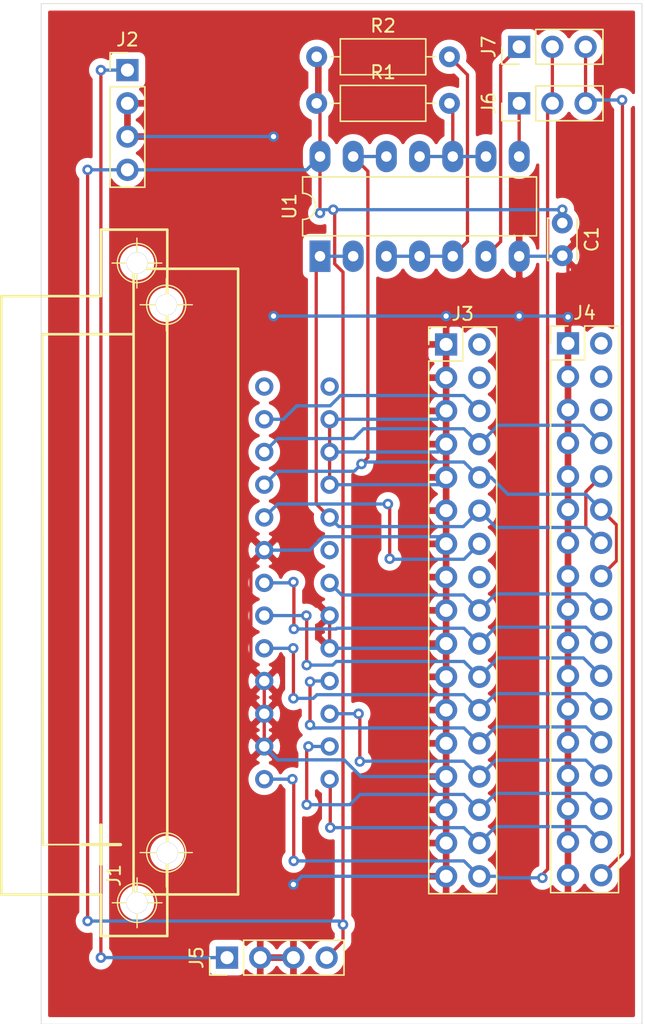
<source format=kicad_pcb>
(kicad_pcb (version 20171130) (host pcbnew "(5.1.10)-1")

  (general
    (thickness 1.6)
    (drawings 4)
    (tracks 291)
    (zones 0)
    (modules 11)
    (nets 23)
  )

  (page A4)
  (layers
    (0 F.Cu signal)
    (31 B.Cu signal)
    (32 B.Adhes user)
    (33 F.Adhes user)
    (34 B.Paste user)
    (35 F.Paste user)
    (36 B.SilkS user)
    (37 F.SilkS user)
    (38 B.Mask user)
    (39 F.Mask user)
    (40 Dwgs.User user)
    (41 Cmts.User user)
    (42 Eco1.User user)
    (43 Eco2.User user)
    (44 Edge.Cuts user)
    (45 Margin user)
    (46 B.CrtYd user)
    (47 F.CrtYd user)
    (48 B.Fab user)
    (49 F.Fab user)
  )

  (setup
    (last_trace_width 0.25)
    (trace_clearance 0.2)
    (zone_clearance 0.508)
    (zone_45_only no)
    (trace_min 0.2)
    (via_size 0.8)
    (via_drill 0.4)
    (via_min_size 0.4)
    (via_min_drill 0.3)
    (uvia_size 0.3)
    (uvia_drill 0.1)
    (uvias_allowed no)
    (uvia_min_size 0.2)
    (uvia_min_drill 0.1)
    (edge_width 0.05)
    (segment_width 0.2)
    (pcb_text_width 0.3)
    (pcb_text_size 1.5 1.5)
    (mod_edge_width 0.12)
    (mod_text_size 1 1)
    (mod_text_width 0.15)
    (pad_size 1.524 1.524)
    (pad_drill 0.762)
    (pad_to_mask_clearance 0)
    (aux_axis_origin 0 0)
    (visible_elements 7FFFFFFF)
    (pcbplotparams
      (layerselection 0x3ffff_ffffffff)
      (usegerberextensions false)
      (usegerberattributes true)
      (usegerberadvancedattributes true)
      (creategerberjobfile true)
      (excludeedgelayer true)
      (linewidth 0.100000)
      (plotframeref false)
      (viasonmask false)
      (mode 1)
      (useauxorigin false)
      (hpglpennumber 1)
      (hpglpenspeed 20)
      (hpglpendiameter 15.000000)
      (psnegative false)
      (psa4output false)
      (plotreference true)
      (plotvalue true)
      (plotinvisibletext false)
      (padsonsilk false)
      (subtractmaskfromsilk false)
      (outputformat 1)
      (mirror false)
      (drillshape 0)
      (scaleselection 1)
      (outputdirectory "FDD_IN-GB/"))
  )

  (net 0 "")
  (net 1 RDY)
  (net 2 GND)
  (net 3 WE)
  (net 4 WD)
  (net 5 ST)
  (net 6 SE1)
  (net 7 SE3)
  (net 8 IX)
  (net 9 SE2)
  (net 10 SS)
  (net 11 RD)
  (net 12 WP)
  (net 13 T0)
  (net 14 SD)
  (net 15 SE0)
  (net 16 +5P)
  (net 17 +12P)
  (net 18 "Net-(J4-Pad34)")
  (net 19 "Net-(J6-Pad1)")
  (net 20 "Net-(J7-Pad1)")
  (net 21 "Net-(R1-Pad2)")
  (net 22 "Net-(R2-Pad2)")

  (net_class Default "This is the default net class."
    (clearance 0.2)
    (trace_width 0.25)
    (via_dia 0.8)
    (via_drill 0.4)
    (uvia_dia 0.3)
    (uvia_drill 0.1)
    (add_net +12P)
    (add_net +5P)
    (add_net GND)
    (add_net IX)
    (add_net "Net-(J4-Pad34)")
    (add_net "Net-(J6-Pad1)")
    (add_net "Net-(J7-Pad1)")
    (add_net "Net-(R1-Pad2)")
    (add_net "Net-(R2-Pad2)")
    (add_net RD)
    (add_net RDY)
    (add_net SD)
    (add_net SE0)
    (add_net SE1)
    (add_net SE2)
    (add_net SE3)
    (add_net SS)
    (add_net ST)
    (add_net T0)
    (add_net WD)
    (add_net WE)
    (add_net WP)
  )

  (module Package_DIP:DIP-14_W7.62mm_LongPads (layer F.Cu) (tedit 5A02E8C5) (tstamp 663B847E)
    (at 112.776 96.266 90)
    (descr "14-lead though-hole mounted DIP package, row spacing 7.62 mm (300 mils), LongPads")
    (tags "THT DIP DIL PDIP 2.54mm 7.62mm 300mil LongPads")
    (path /663D1CE5)
    (fp_text reference U1 (at 3.81 -2.33 90) (layer F.SilkS)
      (effects (font (size 1 1) (thickness 0.15)))
    )
    (fp_text value 74LS03 (at 3.81 17.57 90) (layer F.Fab)
      (effects (font (size 1 1) (thickness 0.15)))
    )
    (fp_line (start 9.1 -1.55) (end -1.45 -1.55) (layer F.CrtYd) (width 0.05))
    (fp_line (start 9.1 16.8) (end 9.1 -1.55) (layer F.CrtYd) (width 0.05))
    (fp_line (start -1.45 16.8) (end 9.1 16.8) (layer F.CrtYd) (width 0.05))
    (fp_line (start -1.45 -1.55) (end -1.45 16.8) (layer F.CrtYd) (width 0.05))
    (fp_line (start 6.06 -1.33) (end 4.81 -1.33) (layer F.SilkS) (width 0.12))
    (fp_line (start 6.06 16.57) (end 6.06 -1.33) (layer F.SilkS) (width 0.12))
    (fp_line (start 1.56 16.57) (end 6.06 16.57) (layer F.SilkS) (width 0.12))
    (fp_line (start 1.56 -1.33) (end 1.56 16.57) (layer F.SilkS) (width 0.12))
    (fp_line (start 2.81 -1.33) (end 1.56 -1.33) (layer F.SilkS) (width 0.12))
    (fp_line (start 0.635 -0.27) (end 1.635 -1.27) (layer F.Fab) (width 0.1))
    (fp_line (start 0.635 16.51) (end 0.635 -0.27) (layer F.Fab) (width 0.1))
    (fp_line (start 6.985 16.51) (end 0.635 16.51) (layer F.Fab) (width 0.1))
    (fp_line (start 6.985 -1.27) (end 6.985 16.51) (layer F.Fab) (width 0.1))
    (fp_line (start 1.635 -1.27) (end 6.985 -1.27) (layer F.Fab) (width 0.1))
    (fp_text user %R (at 3.81 7.62 90) (layer F.Fab)
      (effects (font (size 1 1) (thickness 0.15)))
    )
    (fp_arc (start 3.81 -1.33) (end 2.81 -1.33) (angle -180) (layer F.SilkS) (width 0.12))
    (pad 14 thru_hole oval (at 7.62 0 90) (size 2.4 1.6) (drill 0.8) (layers *.Cu *.Mask)
      (net 16 +5P))
    (pad 7 thru_hole oval (at 0 15.24 90) (size 2.4 1.6) (drill 0.8) (layers *.Cu *.Mask)
      (net 2 GND))
    (pad 13 thru_hole oval (at 7.62 2.54 90) (size 2.4 1.6) (drill 0.8) (layers *.Cu *.Mask)
      (net 15 SE0))
    (pad 6 thru_hole oval (at 0 12.7 90) (size 2.4 1.6) (drill 0.8) (layers *.Cu *.Mask)
      (net 20 "Net-(J7-Pad1)"))
    (pad 12 thru_hole oval (at 7.62 5.08 90) (size 2.4 1.6) (drill 0.8) (layers *.Cu *.Mask)
      (net 15 SE0))
    (pad 5 thru_hole oval (at 0 10.16 90) (size 2.4 1.6) (drill 0.8) (layers *.Cu *.Mask)
      (net 22 "Net-(R2-Pad2)"))
    (pad 11 thru_hole oval (at 7.62 7.62 90) (size 2.4 1.6) (drill 0.8) (layers *.Cu *.Mask)
      (net 21 "Net-(R1-Pad2)"))
    (pad 4 thru_hole oval (at 0 7.62 90) (size 2.4 1.6) (drill 0.8) (layers *.Cu *.Mask)
      (net 22 "Net-(R2-Pad2)"))
    (pad 10 thru_hole oval (at 7.62 10.16 90) (size 2.4 1.6) (drill 0.8) (layers *.Cu *.Mask)
      (net 21 "Net-(R1-Pad2)"))
    (pad 3 thru_hole oval (at 0 5.08 90) (size 2.4 1.6) (drill 0.8) (layers *.Cu *.Mask)
      (net 22 "Net-(R2-Pad2)"))
    (pad 9 thru_hole oval (at 7.62 12.7 90) (size 2.4 1.6) (drill 0.8) (layers *.Cu *.Mask)
      (net 21 "Net-(R1-Pad2)"))
    (pad 2 thru_hole oval (at 0 2.54 90) (size 2.4 1.6) (drill 0.8) (layers *.Cu *.Mask)
      (net 6 SE1))
    (pad 8 thru_hole oval (at 7.62 15.24 90) (size 2.4 1.6) (drill 0.8) (layers *.Cu *.Mask)
      (net 19 "Net-(J6-Pad1)"))
    (pad 1 thru_hole rect (at 0 0 90) (size 2.4 1.6) (drill 0.8) (layers *.Cu *.Mask)
      (net 6 SE1))
    (model ${KISYS3DMOD}/Package_DIP.3dshapes/DIP-14_W7.62mm.wrl
      (at (xyz 0 0 0))
      (scale (xyz 1 1 1))
      (rotate (xyz 0 0 0))
    )
  )

  (module Resistor_THT:R_Axial_DIN0207_L6.3mm_D2.5mm_P10.16mm_Horizontal (layer F.Cu) (tedit 5AE5139B) (tstamp 663B845C)
    (at 112.522 81.026)
    (descr "Resistor, Axial_DIN0207 series, Axial, Horizontal, pin pitch=10.16mm, 0.25W = 1/4W, length*diameter=6.3*2.5mm^2, http://cdn-reichelt.de/documents/datenblatt/B400/1_4W%23YAG.pdf")
    (tags "Resistor Axial_DIN0207 series Axial Horizontal pin pitch 10.16mm 0.25W = 1/4W length 6.3mm diameter 2.5mm")
    (path /663E140A)
    (fp_text reference R2 (at 5.08 -2.37) (layer F.SilkS)
      (effects (font (size 1 1) (thickness 0.15)))
    )
    (fp_text value 1K (at 5.08 2.37) (layer F.Fab)
      (effects (font (size 1 1) (thickness 0.15)))
    )
    (fp_line (start 11.21 -1.5) (end -1.05 -1.5) (layer F.CrtYd) (width 0.05))
    (fp_line (start 11.21 1.5) (end 11.21 -1.5) (layer F.CrtYd) (width 0.05))
    (fp_line (start -1.05 1.5) (end 11.21 1.5) (layer F.CrtYd) (width 0.05))
    (fp_line (start -1.05 -1.5) (end -1.05 1.5) (layer F.CrtYd) (width 0.05))
    (fp_line (start 9.12 0) (end 8.35 0) (layer F.SilkS) (width 0.12))
    (fp_line (start 1.04 0) (end 1.81 0) (layer F.SilkS) (width 0.12))
    (fp_line (start 8.35 -1.37) (end 1.81 -1.37) (layer F.SilkS) (width 0.12))
    (fp_line (start 8.35 1.37) (end 8.35 -1.37) (layer F.SilkS) (width 0.12))
    (fp_line (start 1.81 1.37) (end 8.35 1.37) (layer F.SilkS) (width 0.12))
    (fp_line (start 1.81 -1.37) (end 1.81 1.37) (layer F.SilkS) (width 0.12))
    (fp_line (start 10.16 0) (end 8.23 0) (layer F.Fab) (width 0.1))
    (fp_line (start 0 0) (end 1.93 0) (layer F.Fab) (width 0.1))
    (fp_line (start 8.23 -1.25) (end 1.93 -1.25) (layer F.Fab) (width 0.1))
    (fp_line (start 8.23 1.25) (end 8.23 -1.25) (layer F.Fab) (width 0.1))
    (fp_line (start 1.93 1.25) (end 8.23 1.25) (layer F.Fab) (width 0.1))
    (fp_line (start 1.93 -1.25) (end 1.93 1.25) (layer F.Fab) (width 0.1))
    (fp_text user %R (at 5.08 0) (layer F.Fab)
      (effects (font (size 1 1) (thickness 0.15)))
    )
    (pad 2 thru_hole oval (at 10.16 0) (size 1.6 1.6) (drill 0.8) (layers *.Cu *.Mask)
      (net 22 "Net-(R2-Pad2)"))
    (pad 1 thru_hole circle (at 0 0) (size 1.6 1.6) (drill 0.8) (layers *.Cu *.Mask)
      (net 16 +5P))
    (model ${KISYS3DMOD}/Resistor_THT.3dshapes/R_Axial_DIN0207_L6.3mm_D2.5mm_P10.16mm_Horizontal.wrl
      (at (xyz 0 0 0))
      (scale (xyz 1 1 1))
      (rotate (xyz 0 0 0))
    )
  )

  (module Resistor_THT:R_Axial_DIN0207_L6.3mm_D2.5mm_P10.16mm_Horizontal (layer F.Cu) (tedit 5AE5139B) (tstamp 663B8445)
    (at 112.522 84.582)
    (descr "Resistor, Axial_DIN0207 series, Axial, Horizontal, pin pitch=10.16mm, 0.25W = 1/4W, length*diameter=6.3*2.5mm^2, http://cdn-reichelt.de/documents/datenblatt/B400/1_4W%23YAG.pdf")
    (tags "Resistor Axial_DIN0207 series Axial Horizontal pin pitch 10.16mm 0.25W = 1/4W length 6.3mm diameter 2.5mm")
    (path /66403067)
    (fp_text reference R1 (at 5.08 -2.37) (layer F.SilkS)
      (effects (font (size 1 1) (thickness 0.15)))
    )
    (fp_text value 1K (at 5.08 2.37) (layer F.Fab)
      (effects (font (size 1 1) (thickness 0.15)))
    )
    (fp_line (start 11.21 -1.5) (end -1.05 -1.5) (layer F.CrtYd) (width 0.05))
    (fp_line (start 11.21 1.5) (end 11.21 -1.5) (layer F.CrtYd) (width 0.05))
    (fp_line (start -1.05 1.5) (end 11.21 1.5) (layer F.CrtYd) (width 0.05))
    (fp_line (start -1.05 -1.5) (end -1.05 1.5) (layer F.CrtYd) (width 0.05))
    (fp_line (start 9.12 0) (end 8.35 0) (layer F.SilkS) (width 0.12))
    (fp_line (start 1.04 0) (end 1.81 0) (layer F.SilkS) (width 0.12))
    (fp_line (start 8.35 -1.37) (end 1.81 -1.37) (layer F.SilkS) (width 0.12))
    (fp_line (start 8.35 1.37) (end 8.35 -1.37) (layer F.SilkS) (width 0.12))
    (fp_line (start 1.81 1.37) (end 8.35 1.37) (layer F.SilkS) (width 0.12))
    (fp_line (start 1.81 -1.37) (end 1.81 1.37) (layer F.SilkS) (width 0.12))
    (fp_line (start 10.16 0) (end 8.23 0) (layer F.Fab) (width 0.1))
    (fp_line (start 0 0) (end 1.93 0) (layer F.Fab) (width 0.1))
    (fp_line (start 8.23 -1.25) (end 1.93 -1.25) (layer F.Fab) (width 0.1))
    (fp_line (start 8.23 1.25) (end 8.23 -1.25) (layer F.Fab) (width 0.1))
    (fp_line (start 1.93 1.25) (end 8.23 1.25) (layer F.Fab) (width 0.1))
    (fp_line (start 1.93 -1.25) (end 1.93 1.25) (layer F.Fab) (width 0.1))
    (fp_text user %R (at 5.08 0) (layer F.Fab)
      (effects (font (size 1 1) (thickness 0.15)))
    )
    (pad 2 thru_hole oval (at 10.16 0) (size 1.6 1.6) (drill 0.8) (layers *.Cu *.Mask)
      (net 21 "Net-(R1-Pad2)"))
    (pad 1 thru_hole circle (at 0 0) (size 1.6 1.6) (drill 0.8) (layers *.Cu *.Mask)
      (net 16 +5P))
    (model ${KISYS3DMOD}/Resistor_THT.3dshapes/R_Axial_DIN0207_L6.3mm_D2.5mm_P10.16mm_Horizontal.wrl
      (at (xyz 0 0 0))
      (scale (xyz 1 1 1))
      (rotate (xyz 0 0 0))
    )
  )

  (module Connector_PinHeader_2.54mm:PinHeader_1x03_P2.54mm_Vertical (layer F.Cu) (tedit 59FED5CC) (tstamp 663B842E)
    (at 128.016 80.264 90)
    (descr "Through hole straight pin header, 1x03, 2.54mm pitch, single row")
    (tags "Through hole pin header THT 1x03 2.54mm single row")
    (path /663EDDAB)
    (fp_text reference J7 (at 0 -2.33 90) (layer F.SilkS)
      (effects (font (size 1 1) (thickness 0.15)))
    )
    (fp_text value RDY-SE1 (at 0 7.41 90) (layer F.Fab)
      (effects (font (size 1 1) (thickness 0.15)))
    )
    (fp_line (start 1.8 -1.8) (end -1.8 -1.8) (layer F.CrtYd) (width 0.05))
    (fp_line (start 1.8 6.85) (end 1.8 -1.8) (layer F.CrtYd) (width 0.05))
    (fp_line (start -1.8 6.85) (end 1.8 6.85) (layer F.CrtYd) (width 0.05))
    (fp_line (start -1.8 -1.8) (end -1.8 6.85) (layer F.CrtYd) (width 0.05))
    (fp_line (start -1.33 -1.33) (end 0 -1.33) (layer F.SilkS) (width 0.12))
    (fp_line (start -1.33 0) (end -1.33 -1.33) (layer F.SilkS) (width 0.12))
    (fp_line (start -1.33 1.27) (end 1.33 1.27) (layer F.SilkS) (width 0.12))
    (fp_line (start 1.33 1.27) (end 1.33 6.41) (layer F.SilkS) (width 0.12))
    (fp_line (start -1.33 1.27) (end -1.33 6.41) (layer F.SilkS) (width 0.12))
    (fp_line (start -1.33 6.41) (end 1.33 6.41) (layer F.SilkS) (width 0.12))
    (fp_line (start -1.27 -0.635) (end -0.635 -1.27) (layer F.Fab) (width 0.1))
    (fp_line (start -1.27 6.35) (end -1.27 -0.635) (layer F.Fab) (width 0.1))
    (fp_line (start 1.27 6.35) (end -1.27 6.35) (layer F.Fab) (width 0.1))
    (fp_line (start 1.27 -1.27) (end 1.27 6.35) (layer F.Fab) (width 0.1))
    (fp_line (start -0.635 -1.27) (end 1.27 -1.27) (layer F.Fab) (width 0.1))
    (fp_text user %R (at 0 2.54) (layer F.Fab)
      (effects (font (size 1 1) (thickness 0.15)))
    )
    (pad 3 thru_hole oval (at 0 5.08 90) (size 1.7 1.7) (drill 1) (layers *.Cu *.Mask)
      (net 18 "Net-(J4-Pad34)"))
    (pad 2 thru_hole oval (at 0 2.54 90) (size 1.7 1.7) (drill 1) (layers *.Cu *.Mask)
      (net 1 RDY))
    (pad 1 thru_hole rect (at 0 0 90) (size 1.7 1.7) (drill 1) (layers *.Cu *.Mask)
      (net 20 "Net-(J7-Pad1)"))
    (model ${KISYS3DMOD}/Connector_PinHeader_2.54mm.3dshapes/PinHeader_1x03_P2.54mm_Vertical.wrl
      (at (xyz 0 0 0))
      (scale (xyz 1 1 1))
      (rotate (xyz 0 0 0))
    )
  )

  (module Connector_PinHeader_2.54mm:PinHeader_1x03_P2.54mm_Vertical (layer F.Cu) (tedit 59FED5CC) (tstamp 663B8417)
    (at 128.016 84.582 90)
    (descr "Through hole straight pin header, 1x03, 2.54mm pitch, single row")
    (tags "Through hole pin header THT 1x03 2.54mm single row")
    (path /66403071)
    (fp_text reference J6 (at 0 -2.33 90) (layer F.SilkS)
      (effects (font (size 1 1) (thickness 0.15)))
    )
    (fp_text value RDY-SE0 (at 0 7.41 90) (layer F.Fab)
      (effects (font (size 1 1) (thickness 0.15)))
    )
    (fp_line (start 1.8 -1.8) (end -1.8 -1.8) (layer F.CrtYd) (width 0.05))
    (fp_line (start 1.8 6.85) (end 1.8 -1.8) (layer F.CrtYd) (width 0.05))
    (fp_line (start -1.8 6.85) (end 1.8 6.85) (layer F.CrtYd) (width 0.05))
    (fp_line (start -1.8 -1.8) (end -1.8 6.85) (layer F.CrtYd) (width 0.05))
    (fp_line (start -1.33 -1.33) (end 0 -1.33) (layer F.SilkS) (width 0.12))
    (fp_line (start -1.33 0) (end -1.33 -1.33) (layer F.SilkS) (width 0.12))
    (fp_line (start -1.33 1.27) (end 1.33 1.27) (layer F.SilkS) (width 0.12))
    (fp_line (start 1.33 1.27) (end 1.33 6.41) (layer F.SilkS) (width 0.12))
    (fp_line (start -1.33 1.27) (end -1.33 6.41) (layer F.SilkS) (width 0.12))
    (fp_line (start -1.33 6.41) (end 1.33 6.41) (layer F.SilkS) (width 0.12))
    (fp_line (start -1.27 -0.635) (end -0.635 -1.27) (layer F.Fab) (width 0.1))
    (fp_line (start -1.27 6.35) (end -1.27 -0.635) (layer F.Fab) (width 0.1))
    (fp_line (start 1.27 6.35) (end -1.27 6.35) (layer F.Fab) (width 0.1))
    (fp_line (start 1.27 -1.27) (end 1.27 6.35) (layer F.Fab) (width 0.1))
    (fp_line (start -0.635 -1.27) (end 1.27 -1.27) (layer F.Fab) (width 0.1))
    (fp_text user %R (at 0 2.54) (layer F.Fab)
      (effects (font (size 1 1) (thickness 0.15)))
    )
    (pad 3 thru_hole oval (at 0 5.08 90) (size 1.7 1.7) (drill 1) (layers *.Cu *.Mask)
      (net 18 "Net-(J4-Pad34)"))
    (pad 2 thru_hole oval (at 0 2.54 90) (size 1.7 1.7) (drill 1) (layers *.Cu *.Mask)
      (net 1 RDY))
    (pad 1 thru_hole rect (at 0 0 90) (size 1.7 1.7) (drill 1) (layers *.Cu *.Mask)
      (net 19 "Net-(J6-Pad1)"))
    (model ${KISYS3DMOD}/Connector_PinHeader_2.54mm.3dshapes/PinHeader_1x03_P2.54mm_Vertical.wrl
      (at (xyz 0 0 0))
      (scale (xyz 1 1 1))
      (rotate (xyz 0 0 0))
    )
  )

  (module Connector_PinHeader_2.54mm:PinHeader_1x04_P2.54mm_Vertical (layer F.Cu) (tedit 59FED5CC) (tstamp 663B8400)
    (at 105.664 149.86 90)
    (descr "Through hole straight pin header, 1x04, 2.54mm pitch, single row")
    (tags "Through hole pin header THT 1x04 2.54mm single row")
    (path /663DC95D)
    (fp_text reference J5 (at 0 -2.33 90) (layer F.SilkS)
      (effects (font (size 1 1) (thickness 0.15)))
    )
    (fp_text value Conn_01x04 (at 0 9.95 90) (layer F.Fab)
      (effects (font (size 1 1) (thickness 0.15)))
    )
    (fp_line (start 1.8 -1.8) (end -1.8 -1.8) (layer F.CrtYd) (width 0.05))
    (fp_line (start 1.8 9.4) (end 1.8 -1.8) (layer F.CrtYd) (width 0.05))
    (fp_line (start -1.8 9.4) (end 1.8 9.4) (layer F.CrtYd) (width 0.05))
    (fp_line (start -1.8 -1.8) (end -1.8 9.4) (layer F.CrtYd) (width 0.05))
    (fp_line (start -1.33 -1.33) (end 0 -1.33) (layer F.SilkS) (width 0.12))
    (fp_line (start -1.33 0) (end -1.33 -1.33) (layer F.SilkS) (width 0.12))
    (fp_line (start -1.33 1.27) (end 1.33 1.27) (layer F.SilkS) (width 0.12))
    (fp_line (start 1.33 1.27) (end 1.33 8.95) (layer F.SilkS) (width 0.12))
    (fp_line (start -1.33 1.27) (end -1.33 8.95) (layer F.SilkS) (width 0.12))
    (fp_line (start -1.33 8.95) (end 1.33 8.95) (layer F.SilkS) (width 0.12))
    (fp_line (start -1.27 -0.635) (end -0.635 -1.27) (layer F.Fab) (width 0.1))
    (fp_line (start -1.27 8.89) (end -1.27 -0.635) (layer F.Fab) (width 0.1))
    (fp_line (start 1.27 8.89) (end -1.27 8.89) (layer F.Fab) (width 0.1))
    (fp_line (start 1.27 -1.27) (end 1.27 8.89) (layer F.Fab) (width 0.1))
    (fp_line (start -0.635 -1.27) (end 1.27 -1.27) (layer F.Fab) (width 0.1))
    (fp_text user %R (at 0 3.81) (layer F.Fab)
      (effects (font (size 1 1) (thickness 0.15)))
    )
    (pad 4 thru_hole oval (at 0 7.62 90) (size 1.7 1.7) (drill 1) (layers *.Cu *.Mask)
      (net 16 +5P))
    (pad 3 thru_hole oval (at 0 5.08 90) (size 1.7 1.7) (drill 1) (layers *.Cu *.Mask)
      (net 2 GND))
    (pad 2 thru_hole oval (at 0 2.54 90) (size 1.7 1.7) (drill 1) (layers *.Cu *.Mask)
      (net 2 GND))
    (pad 1 thru_hole rect (at 0 0 90) (size 1.7 1.7) (drill 1) (layers *.Cu *.Mask)
      (net 17 +12P))
    (model ${KISYS3DMOD}/Connector_PinHeader_2.54mm.3dshapes/PinHeader_1x04_P2.54mm_Vertical.wrl
      (at (xyz 0 0 0))
      (scale (xyz 1 1 1))
      (rotate (xyz 0 0 0))
    )
  )

  (module Connector_PinHeader_2.54mm:PinHeader_2x17_P2.54mm_Vertical (layer F.Cu) (tedit 59FED5CC) (tstamp 663B83E8)
    (at 131.752 102.926)
    (descr "Through hole straight pin header, 2x17, 2.54mm pitch, double rows")
    (tags "Through hole pin header THT 2x17 2.54mm double row")
    (path /663C40B9)
    (fp_text reference J4 (at 1.27 -2.33) (layer F.SilkS)
      (effects (font (size 1 1) (thickness 0.15)))
    )
    (fp_text value Drive (at 1.27 42.97) (layer F.Fab)
      (effects (font (size 1 1) (thickness 0.15)))
    )
    (fp_line (start 4.35 -1.8) (end -1.8 -1.8) (layer F.CrtYd) (width 0.05))
    (fp_line (start 4.35 42.45) (end 4.35 -1.8) (layer F.CrtYd) (width 0.05))
    (fp_line (start -1.8 42.45) (end 4.35 42.45) (layer F.CrtYd) (width 0.05))
    (fp_line (start -1.8 -1.8) (end -1.8 42.45) (layer F.CrtYd) (width 0.05))
    (fp_line (start -1.33 -1.33) (end 0 -1.33) (layer F.SilkS) (width 0.12))
    (fp_line (start -1.33 0) (end -1.33 -1.33) (layer F.SilkS) (width 0.12))
    (fp_line (start 1.27 -1.33) (end 3.87 -1.33) (layer F.SilkS) (width 0.12))
    (fp_line (start 1.27 1.27) (end 1.27 -1.33) (layer F.SilkS) (width 0.12))
    (fp_line (start -1.33 1.27) (end 1.27 1.27) (layer F.SilkS) (width 0.12))
    (fp_line (start 3.87 -1.33) (end 3.87 41.97) (layer F.SilkS) (width 0.12))
    (fp_line (start -1.33 1.27) (end -1.33 41.97) (layer F.SilkS) (width 0.12))
    (fp_line (start -1.33 41.97) (end 3.87 41.97) (layer F.SilkS) (width 0.12))
    (fp_line (start -1.27 0) (end 0 -1.27) (layer F.Fab) (width 0.1))
    (fp_line (start -1.27 41.91) (end -1.27 0) (layer F.Fab) (width 0.1))
    (fp_line (start 3.81 41.91) (end -1.27 41.91) (layer F.Fab) (width 0.1))
    (fp_line (start 3.81 -1.27) (end 3.81 41.91) (layer F.Fab) (width 0.1))
    (fp_line (start 0 -1.27) (end 3.81 -1.27) (layer F.Fab) (width 0.1))
    (fp_text user %R (at 1.27 20.32 90) (layer F.Fab)
      (effects (font (size 1 1) (thickness 0.15)))
    )
    (pad 34 thru_hole oval (at 2.54 40.64) (size 1.7 1.7) (drill 1) (layers *.Cu *.Mask)
      (net 18 "Net-(J4-Pad34)"))
    (pad 33 thru_hole oval (at 0 40.64) (size 1.7 1.7) (drill 1) (layers *.Cu *.Mask)
      (net 2 GND))
    (pad 32 thru_hole oval (at 2.54 38.1) (size 1.7 1.7) (drill 1) (layers *.Cu *.Mask)
      (net 10 SS))
    (pad 31 thru_hole oval (at 0 38.1) (size 1.7 1.7) (drill 1) (layers *.Cu *.Mask)
      (net 2 GND))
    (pad 30 thru_hole oval (at 2.54 35.56) (size 1.7 1.7) (drill 1) (layers *.Cu *.Mask)
      (net 11 RD))
    (pad 29 thru_hole oval (at 0 35.56) (size 1.7 1.7) (drill 1) (layers *.Cu *.Mask)
      (net 2 GND))
    (pad 28 thru_hole oval (at 2.54 33.02) (size 1.7 1.7) (drill 1) (layers *.Cu *.Mask)
      (net 12 WP))
    (pad 27 thru_hole oval (at 0 33.02) (size 1.7 1.7) (drill 1) (layers *.Cu *.Mask)
      (net 2 GND))
    (pad 26 thru_hole oval (at 2.54 30.48) (size 1.7 1.7) (drill 1) (layers *.Cu *.Mask)
      (net 13 T0))
    (pad 25 thru_hole oval (at 0 30.48) (size 1.7 1.7) (drill 1) (layers *.Cu *.Mask)
      (net 2 GND))
    (pad 24 thru_hole oval (at 2.54 27.94) (size 1.7 1.7) (drill 1) (layers *.Cu *.Mask)
      (net 3 WE))
    (pad 23 thru_hole oval (at 0 27.94) (size 1.7 1.7) (drill 1) (layers *.Cu *.Mask)
      (net 2 GND))
    (pad 22 thru_hole oval (at 2.54 25.4) (size 1.7 1.7) (drill 1) (layers *.Cu *.Mask)
      (net 4 WD))
    (pad 21 thru_hole oval (at 0 25.4) (size 1.7 1.7) (drill 1) (layers *.Cu *.Mask)
      (net 2 GND))
    (pad 20 thru_hole oval (at 2.54 22.86) (size 1.7 1.7) (drill 1) (layers *.Cu *.Mask)
      (net 5 ST))
    (pad 19 thru_hole oval (at 0 22.86) (size 1.7 1.7) (drill 1) (layers *.Cu *.Mask)
      (net 2 GND))
    (pad 18 thru_hole oval (at 2.54 20.32) (size 1.7 1.7) (drill 1) (layers *.Cu *.Mask)
      (net 14 SD))
    (pad 17 thru_hole oval (at 0 20.32) (size 1.7 1.7) (drill 1) (layers *.Cu *.Mask)
      (net 2 GND))
    (pad 16 thru_hole oval (at 2.54 17.78) (size 1.7 1.7) (drill 1) (layers *.Cu *.Mask)
      (net 15 SE0))
    (pad 15 thru_hole oval (at 0 17.78) (size 1.7 1.7) (drill 1) (layers *.Cu *.Mask)
      (net 2 GND))
    (pad 14 thru_hole oval (at 2.54 15.24) (size 1.7 1.7) (drill 1) (layers *.Cu *.Mask)
      (net 6 SE1))
    (pad 13 thru_hole oval (at 0 15.24) (size 1.7 1.7) (drill 1) (layers *.Cu *.Mask)
      (net 2 GND))
    (pad 12 thru_hole oval (at 2.54 12.7) (size 1.7 1.7) (drill 1) (layers *.Cu *.Mask)
      (net 15 SE0))
    (pad 11 thru_hole oval (at 0 12.7) (size 1.7 1.7) (drill 1) (layers *.Cu *.Mask)
      (net 2 GND))
    (pad 10 thru_hole oval (at 2.54 10.16) (size 1.7 1.7) (drill 1) (layers *.Cu *.Mask)
      (net 6 SE1))
    (pad 9 thru_hole oval (at 0 10.16) (size 1.7 1.7) (drill 1) (layers *.Cu *.Mask)
      (net 2 GND))
    (pad 8 thru_hole oval (at 2.54 7.62) (size 1.7 1.7) (drill 1) (layers *.Cu *.Mask)
      (net 8 IX))
    (pad 7 thru_hole oval (at 0 7.62) (size 1.7 1.7) (drill 1) (layers *.Cu *.Mask)
      (net 2 GND))
    (pad 6 thru_hole oval (at 2.54 5.08) (size 1.7 1.7) (drill 1) (layers *.Cu *.Mask))
    (pad 5 thru_hole oval (at 0 5.08) (size 1.7 1.7) (drill 1) (layers *.Cu *.Mask)
      (net 2 GND))
    (pad 4 thru_hole oval (at 2.54 2.54) (size 1.7 1.7) (drill 1) (layers *.Cu *.Mask))
    (pad 3 thru_hole oval (at 0 2.54) (size 1.7 1.7) (drill 1) (layers *.Cu *.Mask)
      (net 2 GND))
    (pad 2 thru_hole oval (at 2.54 0) (size 1.7 1.7) (drill 1) (layers *.Cu *.Mask))
    (pad 1 thru_hole rect (at 0 0) (size 1.7 1.7) (drill 1) (layers *.Cu *.Mask)
      (net 2 GND))
    (model ${KISYS3DMOD}/Connector_PinHeader_2.54mm.3dshapes/PinHeader_2x17_P2.54mm_Vertical.wrl
      (at (xyz 0 0 0))
      (scale (xyz 1 1 1))
      (rotate (xyz 0 0 0))
    )
  )

  (module Connector_PinHeader_2.54mm:PinHeader_1x04_P2.54mm_Vertical (layer F.Cu) (tedit 59FED5CC) (tstamp 663B8379)
    (at 98.044 82.042)
    (descr "Through hole straight pin header, 1x04, 2.54mm pitch, single row")
    (tags "Through hole pin header THT 1x04 2.54mm single row")
    (path /663B8EC5)
    (fp_text reference J2 (at 0 -2.33) (layer F.SilkS)
      (effects (font (size 1 1) (thickness 0.15)))
    )
    (fp_text value Conn_01x04 (at 0 9.95) (layer F.Fab)
      (effects (font (size 1 1) (thickness 0.15)))
    )
    (fp_line (start 1.8 -1.8) (end -1.8 -1.8) (layer F.CrtYd) (width 0.05))
    (fp_line (start 1.8 9.4) (end 1.8 -1.8) (layer F.CrtYd) (width 0.05))
    (fp_line (start -1.8 9.4) (end 1.8 9.4) (layer F.CrtYd) (width 0.05))
    (fp_line (start -1.8 -1.8) (end -1.8 9.4) (layer F.CrtYd) (width 0.05))
    (fp_line (start -1.33 -1.33) (end 0 -1.33) (layer F.SilkS) (width 0.12))
    (fp_line (start -1.33 0) (end -1.33 -1.33) (layer F.SilkS) (width 0.12))
    (fp_line (start -1.33 1.27) (end 1.33 1.27) (layer F.SilkS) (width 0.12))
    (fp_line (start 1.33 1.27) (end 1.33 8.95) (layer F.SilkS) (width 0.12))
    (fp_line (start -1.33 1.27) (end -1.33 8.95) (layer F.SilkS) (width 0.12))
    (fp_line (start -1.33 8.95) (end 1.33 8.95) (layer F.SilkS) (width 0.12))
    (fp_line (start -1.27 -0.635) (end -0.635 -1.27) (layer F.Fab) (width 0.1))
    (fp_line (start -1.27 8.89) (end -1.27 -0.635) (layer F.Fab) (width 0.1))
    (fp_line (start 1.27 8.89) (end -1.27 8.89) (layer F.Fab) (width 0.1))
    (fp_line (start 1.27 -1.27) (end 1.27 8.89) (layer F.Fab) (width 0.1))
    (fp_line (start -0.635 -1.27) (end 1.27 -1.27) (layer F.Fab) (width 0.1))
    (fp_text user %R (at 0 3.81 90) (layer F.Fab)
      (effects (font (size 1 1) (thickness 0.15)))
    )
    (pad 4 thru_hole oval (at 0 7.62) (size 1.7 1.7) (drill 1) (layers *.Cu *.Mask)
      (net 16 +5P))
    (pad 3 thru_hole oval (at 0 5.08) (size 1.7 1.7) (drill 1) (layers *.Cu *.Mask)
      (net 2 GND))
    (pad 2 thru_hole oval (at 0 2.54) (size 1.7 1.7) (drill 1) (layers *.Cu *.Mask)
      (net 2 GND))
    (pad 1 thru_hole rect (at 0 0) (size 1.7 1.7) (drill 1) (layers *.Cu *.Mask)
      (net 17 +12P))
    (model ${KISYS3DMOD}/Connector_PinHeader_2.54mm.3dshapes/PinHeader_1x04_P2.54mm_Vertical.wrl
      (at (xyz 0 0 0))
      (scale (xyz 1 1 1))
      (rotate (xyz 0 0 0))
    )
  )

  (module Capacitor_THT:C_Disc_D3.0mm_W2.0mm_P2.50mm (layer F.Cu) (tedit 5AE50EF0) (tstamp 663B82D9)
    (at 131.318 93.726 270)
    (descr "C, Disc series, Radial, pin pitch=2.50mm, , diameter*width=3*2mm^2, Capacitor")
    (tags "C Disc series Radial pin pitch 2.50mm  diameter 3mm width 2mm Capacitor")
    (path /663D360B)
    (fp_text reference C1 (at 1.25 -2.25 90) (layer F.SilkS)
      (effects (font (size 1 1) (thickness 0.15)))
    )
    (fp_text value 100n (at 1.25 2.25 90) (layer F.Fab)
      (effects (font (size 1 1) (thickness 0.15)))
    )
    (fp_line (start 3.55 -1.25) (end -1.05 -1.25) (layer F.CrtYd) (width 0.05))
    (fp_line (start 3.55 1.25) (end 3.55 -1.25) (layer F.CrtYd) (width 0.05))
    (fp_line (start -1.05 1.25) (end 3.55 1.25) (layer F.CrtYd) (width 0.05))
    (fp_line (start -1.05 -1.25) (end -1.05 1.25) (layer F.CrtYd) (width 0.05))
    (fp_line (start 2.87 1.055) (end 2.87 1.12) (layer F.SilkS) (width 0.12))
    (fp_line (start 2.87 -1.12) (end 2.87 -1.055) (layer F.SilkS) (width 0.12))
    (fp_line (start -0.37 1.055) (end -0.37 1.12) (layer F.SilkS) (width 0.12))
    (fp_line (start -0.37 -1.12) (end -0.37 -1.055) (layer F.SilkS) (width 0.12))
    (fp_line (start -0.37 1.12) (end 2.87 1.12) (layer F.SilkS) (width 0.12))
    (fp_line (start -0.37 -1.12) (end 2.87 -1.12) (layer F.SilkS) (width 0.12))
    (fp_line (start 2.75 -1) (end -0.25 -1) (layer F.Fab) (width 0.1))
    (fp_line (start 2.75 1) (end 2.75 -1) (layer F.Fab) (width 0.1))
    (fp_line (start -0.25 1) (end 2.75 1) (layer F.Fab) (width 0.1))
    (fp_line (start -0.25 -1) (end -0.25 1) (layer F.Fab) (width 0.1))
    (fp_text user %R (at 1.25 0 90) (layer F.Fab)
      (effects (font (size 0.6 0.6) (thickness 0.09)))
    )
    (pad 2 thru_hole circle (at 2.5 0 270) (size 1.6 1.6) (drill 0.8) (layers *.Cu *.Mask)
      (net 2 GND))
    (pad 1 thru_hole circle (at 0 0 270) (size 1.6 1.6) (drill 0.8) (layers *.Cu *.Mask)
      (net 16 +5P))
    (model ${KISYS3DMOD}/Capacitor_THT.3dshapes/C_Disc_D3.0mm_W2.0mm_P2.50mm.wrl
      (at (xyz 0 0 0))
      (scale (xyz 1 1 1))
      (rotate (xyz 0 0 0))
    )
  )

  (module EFS:EFS2x13_DIN_male_a1 (layer F.Cu) (tedit 620929F8) (tstamp 663B7646)
    (at 96.012 141.224 270)
    (tags "K1520 Z80")
    (path /663B0B6F)
    (fp_text reference J1 (at 1.4 -1 90) (layer F.SilkS)
      (effects (font (size 1 1) (thickness 0.15)) (justify right))
    )
    (fp_text value Conn_02x13_Row_Letter_First (at -1.4 -1 90) (layer F.Fab)
      (effects (font (size 1 1) (thickness 0.15)) (justify left))
    )
    (fp_line (start 0 3.81) (end 0 4.445) (layer F.SilkS) (width 0.12))
    (fp_line (start 0 0) (end 0 3.81) (layer F.SilkS) (width 0.12))
    (fp_line (start 0.635 0) (end 0 0) (layer F.SilkS) (width 0.12))
    (fp_line (start 3.81 0) (end 0.635 0) (layer F.SilkS) (width 0.12))
    (fp_line (start 0 4.445) (end 0 0) (layer F.SilkS) (width 0.12))
    (fp_line (start 6.985 -5.08) (end -46.99 -5.08) (layer F.SilkS) (width 0.2))
    (fp_line (start -41.91 7.62) (end 3.81 7.62) (layer F.SilkS) (width 0.2))
    (fp_line (start 3.81 7.62) (end 3.81 0) (layer F.SilkS) (width 0.2))
    (fp_line (start 3.81 0) (end 6.985 0) (layer F.SilkS) (width 0.2))
    (fp_line (start 6.985 0) (end 6.985 -5.08) (layer F.SilkS) (width 0.2))
    (fp_line (start -46.99 0) (end -41.91 0) (layer F.SilkS) (width 0.2))
    (fp_line (start -41.91 0) (end -41.91 7.62) (layer F.SilkS) (width 0.2))
    (fp_line (start -46.99 -5.08) (end -46.99 0) (layer F.SilkS) (width 0.2))
    (fp_circle (center -44.4373 -2.7559) (end -42.9373 -2.7559) (layer F.SilkS) (width 0.1))
    (fp_line (start -46.3423 -2.7559) (end -42.5323 -2.7559) (layer F.SilkS) (width 0.1))
    (fp_line (start -44.4373 -4.6609) (end -44.4373 -0.8509) (layer F.SilkS) (width 0.1))
    (fp_line (start 2.54 -2.7686) (end 6.35 -2.7686) (layer F.SilkS) (width 0.1))
    (fp_line (start 4.445 -4.6736) (end 4.445 -0.8636) (layer F.SilkS) (width 0.1))
    (fp_circle (center 4.445 -2.7686) (end 5.945 -2.7686) (layer F.SilkS) (width 0.1))
    (fp_line (start -44 -2.5) (end 3.81 -2.5) (layer F.SilkS) (width 0.2))
    (fp_line (start -44 -2.5) (end -44 -10.5) (layer F.SilkS) (width 0.2))
    (fp_line (start -44 -10.5) (end 3.81 -10.5) (layer F.SilkS) (width 0.2))
    (fp_line (start 3.81 -10.5) (end 3.81 -2.5) (layer F.SilkS) (width 0.2))
    (fp_line (start 0 4.445) (end -39 4.5) (layer F.SilkS) (width 0.2))
    (fp_line (start -39 4.5) (end -39 -2.5) (layer F.SilkS) (width 0.2))
    (fp_circle (center -41.25 -5) (end -42.75 -5) (layer F.SilkS) (width 0.1))
    (fp_line (start -41.25 -7) (end -41.25 -3) (layer F.SilkS) (width 0.1))
    (fp_line (start -43.25 -5) (end -39.25 -5) (layer F.SilkS) (width 0.1))
    (fp_circle (center 0.61 -5) (end -0.89 -5) (layer F.SilkS) (width 0.1))
    (fp_line (start 0.61 -7) (end 0.61 -3) (layer F.SilkS) (width 0.1))
    (fp_line (start -0.755 -5) (end 3.245 -5) (layer F.SilkS) (width 0.1))
    (fp_line (start 0 -1.5) (end 0 1.5) (layer F.SilkS) (width 0.25))
    (fp_line (start -1.5 0) (end 1.5 0) (layer F.SilkS) (width 0.25))
    (fp_text user "Bohrungen nach Bedarf erweitern: M2, 2.5mm, M3, 3mm" (at -37.5 3 90) (layer Dwgs.User)
      (effects (font (size 1.1 1.1) (thickness 0.15)) (justify right))
    )
    (fp_text user "" (at -37.5 1.5 90) (layer Dwgs.User)
      (effects (font (size 1.1 1.1) (thickness 0.15)) (justify right))
    )
    (pad a13 thru_hole circle (at -5 -12.5 270) (size 1.4 1.4) (drill 0.8) (layers *.Cu *.Mask)
      (net 1 RDY))
    (pad a12 thru_hole circle (at -7.5 -12.5 270) (size 1.4 1.4) (drill 0.8) (layers *.Cu *.Mask)
      (net 2 GND))
    (pad a11 thru_hole circle (at -10 -12.5 270) (size 1.4 1.4) (drill 0.8) (layers *.Cu *.Mask)
      (net 2 GND))
    (pad a10 thru_hole circle (at -12.5 -12.5 270) (size 1.4 1.4) (drill 0.8) (layers *.Cu *.Mask)
      (net 2 GND))
    (pad a9 thru_hole circle (at -15 -12.5 270) (size 1.4 1.4) (drill 0.8) (layers *.Cu *.Mask)
      (net 3 WE))
    (pad a8 thru_hole circle (at -17.5 -12.5 270) (size 1.4 1.4) (drill 0.8) (layers *.Cu *.Mask)
      (net 4 WD))
    (pad a7 thru_hole circle (at -20 -12.5 270) (size 1.4 1.4) (drill 0.8) (layers *.Cu *.Mask)
      (net 5 ST))
    (pad a6 thru_hole circle (at -22.5 -12.5 270) (size 1.4 1.4) (drill 0.8) (layers *.Cu *.Mask)
      (net 2 GND))
    (pad a5 thru_hole circle (at -25 -12.5 270) (size 1.4 1.4) (drill 0.8) (layers *.Cu *.Mask)
      (net 9 SE2))
    (pad a4 thru_hole circle (at -27.5 -12.5 270) (size 1.4 1.4) (drill 0.8) (layers *.Cu *.Mask)
      (net 15 SE0))
    (pad a3 thru_hole circle (at -30 -12.5 270) (size 1.4 1.4) (drill 0.8) (layers *.Cu *.Mask)
      (net 8 IX))
    (pad a2 thru_hole circle (at -32.5 -12.5 270) (size 1.4 1.4) (drill 0.8) (layers *.Cu *.Mask)
      (net 7 SE3))
    (pad a1 thru_hole circle (at -35 -12.5 270) (size 1.4 1.4) (drill 0.8) (layers *.Cu *.Mask))
    (pad b13 thru_hole circle (at -5 -17.5 270) (size 1.4 1.4) (drill 0.8) (layers *.Cu *.Mask)
      (net 10 SS))
    (pad b12 thru_hole circle (at -7.5 -17.5 270) (size 1.4 1.4) (drill 0.8) (layers *.Cu *.Mask)
      (net 11 RD))
    (pad b11 thru_hole circle (at -10 -17.5 270) (size 1.4 1.4) (drill 0.8) (layers *.Cu *.Mask)
      (net 12 WP))
    (pad b10 thru_hole circle (at -12.5 -17.5 270) (size 1.4 1.4) (drill 0.8) (layers *.Cu *.Mask)
      (net 13 T0))
    (pad b9 thru_hole circle (at -15 -17.5 270) (size 1.4 1.4) (drill 0.8) (layers *.Cu *.Mask)
      (net 2 GND))
    (pad b8 thru_hole circle (at -17.5 -17.5 270) (size 1.4 1.4) (drill 0.8) (layers *.Cu *.Mask)
      (net 2 GND))
    (pad b7 thru_hole circle (at -20 -17.5 270) (size 1.4 1.4) (drill 0.8) (layers *.Cu *.Mask)
      (net 14 SD))
    (pad b6 thru_hole circle (at -22.5 -17.5 270) (size 1.4 1.4) (drill 0.8) (layers *.Cu *.Mask))
    (pad b5 thru_hole circle (at -25 -17.5 270) (size 1.4 1.4) (drill 0.8) (layers *.Cu *.Mask)
      (net 6 SE1))
    (pad b4 thru_hole circle (at -27.5 -17.5 270) (size 1.4 1.4) (drill 0.8) (layers *.Cu *.Mask)
      (net 2 GND))
    (pad b3 thru_hole circle (at -30 -17.5 270) (size 1.4 1.4) (drill 0.8) (layers *.Cu *.Mask)
      (net 2 GND))
    (pad b2 thru_hole circle (at -32.5 -17.5 270) (size 1.4 1.4) (drill 0.8) (layers *.Cu *.Mask)
      (net 2 GND))
    (pad b1 thru_hole circle (at -35 -17.5 270) (size 1.4 1.4) (drill 0.8) (layers *.Cu *.Mask))
    (pad "" thru_hole circle (at 0.635 -5.08 270) (size 1.61 1.61) (drill 1.6) (layers *.Cu))
    (pad "" thru_hole circle (at -41.25 -5 270) (size 1.61 1.61) (drill 1.6) (layers *.Cu *.Mask))
    (pad "" thru_hole circle (at 4.445 -2.7686 270) (size 1.61 1.61) (drill 1.6) (layers *.Cu *.Mask))
    (pad "" thru_hole circle (at -44.45 -2.7686 270) (size 1.61 1.61) (drill 1.6) (layers *.Cu *.Mask))
  )

  (module Connector_PinHeader_2.54mm:PinHeader_2x17_P2.54mm_Vertical (layer F.Cu) (tedit 59FED5CC) (tstamp 663B767E)
    (at 122.427 103.005001)
    (descr "Through hole straight pin header, 2x17, 2.54mm pitch, double rows")
    (tags "Through hole pin header THT 2x17 2.54mm double row")
    (path /663B1A29)
    (fp_text reference J3 (at 1.27 -2.33) (layer F.SilkS)
      (effects (font (size 1 1) (thickness 0.15)))
    )
    (fp_text value IC (at 1.27 42.97) (layer F.Fab)
      (effects (font (size 1 1) (thickness 0.15)))
    )
    (fp_line (start 0 -1.27) (end 3.81 -1.27) (layer F.Fab) (width 0.1))
    (fp_line (start 3.81 -1.27) (end 3.81 41.91) (layer F.Fab) (width 0.1))
    (fp_line (start 3.81 41.91) (end -1.27 41.91) (layer F.Fab) (width 0.1))
    (fp_line (start -1.27 41.91) (end -1.27 0) (layer F.Fab) (width 0.1))
    (fp_line (start -1.27 0) (end 0 -1.27) (layer F.Fab) (width 0.1))
    (fp_line (start -1.33 41.97) (end 3.87 41.97) (layer F.SilkS) (width 0.12))
    (fp_line (start -1.33 1.27) (end -1.33 41.97) (layer F.SilkS) (width 0.12))
    (fp_line (start 3.87 -1.33) (end 3.87 41.97) (layer F.SilkS) (width 0.12))
    (fp_line (start -1.33 1.27) (end 1.27 1.27) (layer F.SilkS) (width 0.12))
    (fp_line (start 1.27 1.27) (end 1.27 -1.33) (layer F.SilkS) (width 0.12))
    (fp_line (start 1.27 -1.33) (end 3.87 -1.33) (layer F.SilkS) (width 0.12))
    (fp_line (start -1.33 0) (end -1.33 -1.33) (layer F.SilkS) (width 0.12))
    (fp_line (start -1.33 -1.33) (end 0 -1.33) (layer F.SilkS) (width 0.12))
    (fp_line (start -1.8 -1.8) (end -1.8 42.45) (layer F.CrtYd) (width 0.05))
    (fp_line (start -1.8 42.45) (end 4.35 42.45) (layer F.CrtYd) (width 0.05))
    (fp_line (start 4.35 42.45) (end 4.35 -1.8) (layer F.CrtYd) (width 0.05))
    (fp_line (start 4.35 -1.8) (end -1.8 -1.8) (layer F.CrtYd) (width 0.05))
    (fp_text user %R (at 1.27 20.32 90) (layer F.Fab)
      (effects (font (size 1 1) (thickness 0.15)))
    )
    (pad 34 thru_hole oval (at 2.54 40.64) (size 1.7 1.7) (drill 1) (layers *.Cu *.Mask)
      (net 1 RDY))
    (pad 33 thru_hole oval (at 0 40.64) (size 1.7 1.7) (drill 1) (layers *.Cu *.Mask)
      (net 2 GND))
    (pad 32 thru_hole oval (at 2.54 38.1) (size 1.7 1.7) (drill 1) (layers *.Cu *.Mask)
      (net 10 SS))
    (pad 31 thru_hole oval (at 0 38.1) (size 1.7 1.7) (drill 1) (layers *.Cu *.Mask)
      (net 2 GND))
    (pad 30 thru_hole oval (at 2.54 35.56) (size 1.7 1.7) (drill 1) (layers *.Cu *.Mask)
      (net 11 RD))
    (pad 29 thru_hole oval (at 0 35.56) (size 1.7 1.7) (drill 1) (layers *.Cu *.Mask)
      (net 2 GND))
    (pad 28 thru_hole oval (at 2.54 33.02) (size 1.7 1.7) (drill 1) (layers *.Cu *.Mask)
      (net 12 WP))
    (pad 27 thru_hole oval (at 0 33.02) (size 1.7 1.7) (drill 1) (layers *.Cu *.Mask)
      (net 2 GND))
    (pad 26 thru_hole oval (at 2.54 30.48) (size 1.7 1.7) (drill 1) (layers *.Cu *.Mask)
      (net 13 T0))
    (pad 25 thru_hole oval (at 0 30.48) (size 1.7 1.7) (drill 1) (layers *.Cu *.Mask)
      (net 2 GND))
    (pad 24 thru_hole oval (at 2.54 27.94) (size 1.7 1.7) (drill 1) (layers *.Cu *.Mask)
      (net 3 WE))
    (pad 23 thru_hole oval (at 0 27.94) (size 1.7 1.7) (drill 1) (layers *.Cu *.Mask)
      (net 2 GND))
    (pad 22 thru_hole oval (at 2.54 25.4) (size 1.7 1.7) (drill 1) (layers *.Cu *.Mask)
      (net 4 WD))
    (pad 21 thru_hole oval (at 0 25.4) (size 1.7 1.7) (drill 1) (layers *.Cu *.Mask)
      (net 2 GND))
    (pad 20 thru_hole oval (at 2.54 22.86) (size 1.7 1.7) (drill 1) (layers *.Cu *.Mask)
      (net 5 ST))
    (pad 19 thru_hole oval (at 0 22.86) (size 1.7 1.7) (drill 1) (layers *.Cu *.Mask)
      (net 2 GND))
    (pad 18 thru_hole oval (at 2.54 20.32) (size 1.7 1.7) (drill 1) (layers *.Cu *.Mask)
      (net 14 SD))
    (pad 17 thru_hole oval (at 0 20.32) (size 1.7 1.7) (drill 1) (layers *.Cu *.Mask)
      (net 2 GND))
    (pad 16 thru_hole oval (at 2.54 17.78) (size 1.7 1.7) (drill 1) (layers *.Cu *.Mask))
    (pad 15 thru_hole oval (at 0 17.78) (size 1.7 1.7) (drill 1) (layers *.Cu *.Mask)
      (net 2 GND))
    (pad 14 thru_hole oval (at 2.54 15.24) (size 1.7 1.7) (drill 1) (layers *.Cu *.Mask)
      (net 9 SE2))
    (pad 13 thru_hole oval (at 0 15.24) (size 1.7 1.7) (drill 1) (layers *.Cu *.Mask)
      (net 2 GND))
    (pad 12 thru_hole oval (at 2.54 12.7) (size 1.7 1.7) (drill 1) (layers *.Cu *.Mask)
      (net 6 SE1))
    (pad 11 thru_hole oval (at 0 12.7) (size 1.7 1.7) (drill 1) (layers *.Cu *.Mask)
      (net 2 GND))
    (pad 10 thru_hole oval (at 2.54 10.16) (size 1.7 1.7) (drill 1) (layers *.Cu *.Mask)
      (net 15 SE0))
    (pad 9 thru_hole oval (at 0 10.16) (size 1.7 1.7) (drill 1) (layers *.Cu *.Mask)
      (net 2 GND))
    (pad 8 thru_hole oval (at 2.54 7.62) (size 1.7 1.7) (drill 1) (layers *.Cu *.Mask)
      (net 8 IX))
    (pad 7 thru_hole oval (at 0 7.62) (size 1.7 1.7) (drill 1) (layers *.Cu *.Mask)
      (net 2 GND))
    (pad 6 thru_hole oval (at 2.54 5.08) (size 1.7 1.7) (drill 1) (layers *.Cu *.Mask)
      (net 7 SE3))
    (pad 5 thru_hole oval (at 0 5.08) (size 1.7 1.7) (drill 1) (layers *.Cu *.Mask)
      (net 2 GND))
    (pad 4 thru_hole oval (at 2.54 2.54) (size 1.7 1.7) (drill 1) (layers *.Cu *.Mask))
    (pad 3 thru_hole oval (at 0 2.54) (size 1.7 1.7) (drill 1) (layers *.Cu *.Mask)
      (net 2 GND))
    (pad 2 thru_hole oval (at 2.54 0) (size 1.7 1.7) (drill 1) (layers *.Cu *.Mask))
    (pad 1 thru_hole rect (at 0 0) (size 1.7 1.7) (drill 1) (layers *.Cu *.Mask)
      (net 2 GND))
    (model ${KISYS3DMOD}/Connector_PinHeader_2.54mm.3dshapes/PinHeader_2x17_P2.54mm_Vertical.wrl
      (at (xyz 0 0 0))
      (scale (xyz 1 1 1))
      (rotate (xyz 0 0 0))
    )
  )

  (gr_line (start 91.44 76.962) (end 91.44 154.94) (layer Edge.Cuts) (width 0.05) (tstamp 663B8805))
  (gr_line (start 137.414 76.962) (end 91.44 76.962) (layer Edge.Cuts) (width 0.05))
  (gr_line (start 137.414 154.94) (end 137.414 76.962) (layer Edge.Cuts) (width 0.05))
  (gr_line (start 91.44 154.94) (end 137.414 154.94) (layer Edge.Cuts) (width 0.05))

  (segment (start 123.791999 142.47) (end 111.276 142.47) (width 0.25) (layer B.Cu) (net 1))
  (segment (start 124.967 143.645001) (end 123.791999 142.47) (width 0.25) (layer B.Cu) (net 1))
  (segment (start 108.512 136.224) (end 110.664 136.224) (width 0.25) (layer B.Cu) (net 1))
  (segment (start 111.276 142.47) (end 110.768 142.47) (width 0.25) (layer B.Cu) (net 1))
  (segment (start 110.664 136.224) (end 110.664 136.224) (width 0.25) (layer B.Cu) (net 1) (tstamp 663B7A62))
  (via (at 110.664 136.224) (size 0.8) (drill 0.4) (layers F.Cu B.Cu) (net 1))
  (segment (start 110.768 142.47) (end 110.768 142.47) (width 0.25) (layer B.Cu) (net 1) (tstamp 663B7A64))
  (via (at 110.768 142.47) (size 0.8) (drill 0.4) (layers F.Cu B.Cu) (net 1))
  (segment (start 110.768 136.328) (end 110.664 136.224) (width 0.25) (layer F.Cu) (net 1))
  (segment (start 110.768 142.47) (end 110.768 136.328) (width 0.25) (layer F.Cu) (net 1))
  (segment (start 130.556 84.582) (end 130.556 80.264) (width 0.25) (layer F.Cu) (net 1))
  (segment (start 130.192999 84.945001) (end 130.192999 143.111001) (width 0.25) (layer F.Cu) (net 1))
  (segment (start 130.556 84.582) (end 130.192999 84.945001) (width 0.25) (layer F.Cu) (net 1))
  (segment (start 130.192999 143.111001) (end 129.794 143.51) (width 0.25) (layer F.Cu) (net 1))
  (segment (start 129.794 143.51) (end 129.794 143.764) (width 0.25) (layer F.Cu) (net 1))
  (segment (start 129.794 143.764) (end 129.794 143.764) (width 0.25) (layer F.Cu) (net 1) (tstamp 663B87E2))
  (via (at 129.794 143.764) (size 0.8) (drill 0.4) (layers F.Cu B.Cu) (net 1))
  (segment (start 126.492 143.764) (end 126.373001 143.645001) (width 0.25) (layer B.Cu) (net 1))
  (segment (start 129.794 143.764) (end 126.492 143.764) (width 0.25) (layer B.Cu) (net 1))
  (segment (start 124.967 143.645001) (end 126.373001 143.645001) (width 0.25) (layer B.Cu) (net 1))
  (segment (start 108.512 133.724) (end 108.512 128.724) (width 0.25) (layer F.Cu) (net 2))
  (segment (start 113.512 126.224) (end 113.512 123.724) (width 0.25) (layer F.Cu) (net 2))
  (segment (start 107.486999 119.749001) (end 108.512 118.724) (width 0.25) (layer F.Cu) (net 2))
  (segment (start 107.486999 127.698999) (end 107.486999 119.749001) (width 0.25) (layer F.Cu) (net 2))
  (segment (start 108.512 128.724) (end 107.486999 127.698999) (width 0.25) (layer F.Cu) (net 2))
  (segment (start 113.512 113.724) (end 113.512 108.724) (width 0.25) (layer F.Cu) (net 2))
  (segment (start 122.427 103.005001) (end 122.427 143.645001) (width 0.25) (layer F.Cu) (net 2))
  (segment (start 98.044 87.122) (end 109.22 87.122) (width 0.25) (layer B.Cu) (net 2))
  (segment (start 131.278 96.266) (end 131.318 96.226) (width 0.25) (layer B.Cu) (net 2))
  (segment (start 128.016 96.266) (end 131.278 96.266) (width 0.25) (layer B.Cu) (net 2))
  (segment (start 108.204 149.86) (end 110.744 149.86) (width 0.25) (layer B.Cu) (net 2))
  (segment (start 122.068001 126.224) (end 122.427 125.865001) (width 0.25) (layer B.Cu) (net 2))
  (segment (start 113.512 126.224) (end 122.068001 126.224) (width 0.25) (layer B.Cu) (net 2))
  (segment (start 121.868001 113.724) (end 122.427 113.165001) (width 0.25) (layer B.Cu) (net 2))
  (segment (start 113.512 113.724) (end 121.868001 113.724) (width 0.25) (layer B.Cu) (net 2))
  (segment (start 121.880998 117.698999) (end 122.427 118.245001) (width 0.25) (layer B.Cu) (net 2))
  (segment (start 113.019999 117.698999) (end 121.880998 117.698999) (width 0.25) (layer B.Cu) (net 2))
  (segment (start 111.994998 118.724) (end 113.019999 117.698999) (width 0.25) (layer B.Cu) (net 2))
  (segment (start 111.4 118.724) (end 111.994998 118.724) (width 0.25) (layer B.Cu) (net 2))
  (segment (start 108.512 118.724) (end 111.4 118.724) (width 0.25) (layer B.Cu) (net 2))
  (segment (start 111.4 118.724) (end 111.612 118.724) (width 0.25) (layer B.Cu) (net 2))
  (segment (start 115.901999 136.025001) (end 122.427 136.025001) (width 0.25) (layer B.Cu) (net 2))
  (segment (start 114.625999 134.749001) (end 115.901999 136.025001) (width 0.25) (layer B.Cu) (net 2))
  (segment (start 109.537001 134.749001) (end 114.625999 134.749001) (width 0.25) (layer B.Cu) (net 2))
  (segment (start 108.512 133.724) (end 109.537001 134.749001) (width 0.25) (layer B.Cu) (net 2))
  (segment (start 131.752 143.566) (end 131.752 102.926) (width 0.25) (layer F.Cu) (net 2))
  (segment (start 131.752 96.66) (end 131.318 96.226) (width 0.25) (layer F.Cu) (net 2))
  (segment (start 131.752 102.926) (end 131.752 100.912) (width 0.25) (layer F.Cu) (net 2))
  (segment (start 122.427 103.005001) (end 122.427 100.839) (width 0.25) (layer F.Cu) (net 2))
  (segment (start 128.016 96.266) (end 128.016 100.838) (width 0.25) (layer F.Cu) (net 2))
  (segment (start 128.016 100.838) (end 128.016 100.838) (width 0.25) (layer F.Cu) (net 2) (tstamp 663B87DC))
  (via (at 128.016 100.838) (size 0.8) (drill 0.4) (layers F.Cu B.Cu) (net 2))
  (segment (start 122.427 100.839) (end 122.427 100.839) (width 0.25) (layer F.Cu) (net 2) (tstamp 663B87DE))
  (via (at 122.427 100.839) (size 0.8) (drill 0.4) (layers F.Cu B.Cu) (net 2))
  (segment (start 131.752 100.912) (end 131.752 96.66) (width 0.25) (layer F.Cu) (net 2) (tstamp 663B87E0))
  (via (at 131.752 100.912) (size 0.8) (drill 0.4) (layers F.Cu B.Cu) (net 2))
  (segment (start 122.427 143.645001) (end 111.370999 143.645001) (width 0.25) (layer B.Cu) (net 2))
  (segment (start 111.370999 143.645001) (end 110.744 144.272) (width 0.25) (layer B.Cu) (net 2))
  (segment (start 110.744 144.272) (end 110.744 144.272) (width 0.25) (layer B.Cu) (net 2) (tstamp 663B87E8))
  (via (at 110.744 144.272) (size 0.8) (drill 0.4) (layers F.Cu B.Cu) (net 2))
  (segment (start 131.679 100.839) (end 131.752 100.912) (width 0.25) (layer B.Cu) (net 2))
  (segment (start 122.427 100.839) (end 131.679 100.839) (width 0.25) (layer B.Cu) (net 2))
  (segment (start 122.427 100.839) (end 109.221 100.839) (width 0.25) (layer B.Cu) (net 2))
  (segment (start 121.788001 108.724) (end 122.427 108.085001) (width 0.25) (layer B.Cu) (net 2))
  (segment (start 113.512 108.724) (end 121.788001 108.724) (width 0.25) (layer B.Cu) (net 2))
  (segment (start 121.828001 111.224) (end 122.427 110.625001) (width 0.25) (layer B.Cu) (net 2))
  (segment (start 113.512 111.224) (end 121.828001 111.224) (width 0.25) (layer B.Cu) (net 2))
  (segment (start 110.744 149.86) (end 110.744 144.272) (width 0.25) (layer F.Cu) (net 2))
  (segment (start 109.221 100.839) (end 109.221 100.839) (width 0.25) (layer B.Cu) (net 2) (tstamp 663B87FE))
  (via (at 109.221 100.839) (size 0.8) (drill 0.4) (layers F.Cu B.Cu) (net 2))
  (segment (start 109.22 87.122) (end 109.22 87.122) (width 0.25) (layer B.Cu) (net 2) (tstamp 663B8800))
  (via (at 109.22 87.122) (size 0.8) (drill 0.4) (layers F.Cu B.Cu) (net 2))
  (segment (start 109.221 87.123) (end 109.22 87.122) (width 0.25) (layer F.Cu) (net 2))
  (segment (start 109.221 100.839) (end 109.221 87.123) (width 0.25) (layer F.Cu) (net 2))
  (segment (start 98.044 87.122) (end 98.044 84.582) (width 0.25) (layer F.Cu) (net 2))
  (segment (start 123.791999 129.77) (end 112.546 129.77) (width 0.25) (layer B.Cu) (net 3))
  (segment (start 124.967 130.945001) (end 123.791999 129.77) (width 0.25) (layer B.Cu) (net 3))
  (segment (start 112.546 129.77) (end 112.268 130.048) (width 0.25) (layer B.Cu) (net 3))
  (segment (start 112.268 130.048) (end 110.744 130.048) (width 0.25) (layer B.Cu) (net 3))
  (segment (start 108.512 126.224) (end 110.73 126.224) (width 0.25) (layer B.Cu) (net 3))
  (segment (start 110.73 126.224) (end 110.73 126.224) (width 0.25) (layer B.Cu) (net 3) (tstamp 663B7A50))
  (via (at 110.73 126.224) (size 0.8) (drill 0.4) (layers F.Cu B.Cu) (net 3))
  (segment (start 110.744 130.048) (end 110.744 130.048) (width 0.25) (layer B.Cu) (net 3) (tstamp 663B7A52))
  (via (at 110.744 130.048) (size 0.8) (drill 0.4) (layers F.Cu B.Cu) (net 3))
  (segment (start 110.744 126.238) (end 110.73 126.224) (width 0.25) (layer F.Cu) (net 3))
  (segment (start 110.744 130.048) (end 110.744 126.238) (width 0.25) (layer F.Cu) (net 3))
  (segment (start 133.116999 129.690999) (end 134.292 130.866) (width 0.25) (layer B.Cu) (net 3))
  (segment (start 126.221002 129.690999) (end 133.116999 129.690999) (width 0.25) (layer B.Cu) (net 3))
  (segment (start 124.967 130.945001) (end 126.221002 129.690999) (width 0.25) (layer B.Cu) (net 3))
  (segment (start 114.023002 127.23) (end 113.745002 127.508) (width 0.25) (layer B.Cu) (net 4))
  (segment (start 123.791999 127.23) (end 114.023002 127.23) (width 0.25) (layer B.Cu) (net 4))
  (segment (start 124.967 128.405001) (end 123.791999 127.23) (width 0.25) (layer B.Cu) (net 4))
  (segment (start 113.745002 127.508) (end 111.76 127.508) (width 0.25) (layer B.Cu) (net 4))
  (segment (start 108.512 123.724) (end 111.734 123.724) (width 0.25) (layer B.Cu) (net 4))
  (segment (start 111.76 127.508) (end 111.76 127.508) (width 0.25) (layer B.Cu) (net 4) (tstamp 663B7A4C))
  (via (at 111.76 127.508) (size 0.8) (drill 0.4) (layers F.Cu B.Cu) (net 4))
  (segment (start 111.734 123.724) (end 111.734 123.724) (width 0.25) (layer B.Cu) (net 4) (tstamp 663B7A4E))
  (via (at 111.734 123.724) (size 0.8) (drill 0.4) (layers F.Cu B.Cu) (net 4))
  (segment (start 111.76 123.75) (end 111.734 123.724) (width 0.25) (layer F.Cu) (net 4))
  (segment (start 111.76 127.508) (end 111.76 123.75) (width 0.25) (layer F.Cu) (net 4))
  (segment (start 126.411 126.961001) (end 124.967 128.405001) (width 0.25) (layer B.Cu) (net 4))
  (segment (start 132.927001 126.961001) (end 126.411 126.961001) (width 0.25) (layer B.Cu) (net 4))
  (segment (start 134.292 128.326) (end 132.927001 126.961001) (width 0.25) (layer B.Cu) (net 4))
  (segment (start 114.004001 124.749001) (end 110.779001 124.749001) (width 0.25) (layer B.Cu) (net 5))
  (segment (start 114.063002 124.69) (end 114.004001 124.749001) (width 0.25) (layer B.Cu) (net 5))
  (segment (start 123.791999 124.69) (end 114.063002 124.69) (width 0.25) (layer B.Cu) (net 5))
  (segment (start 124.967 125.865001) (end 123.791999 124.69) (width 0.25) (layer B.Cu) (net 5))
  (segment (start 108.512 121.224) (end 110.678 121.224) (width 0.25) (layer B.Cu) (net 5))
  (segment (start 110.678 121.224) (end 110.744 121.158) (width 0.25) (layer B.Cu) (net 5))
  (segment (start 110.744 121.158) (end 110.744 121.158) (width 0.25) (layer B.Cu) (net 5) (tstamp 663B7A48))
  (via (at 110.744 121.158) (size 0.8) (drill 0.4) (layers F.Cu B.Cu) (net 5))
  (segment (start 110.779001 124.749001) (end 110.779001 124.749001) (width 0.25) (layer B.Cu) (net 5) (tstamp 663B7A4A))
  (via (at 110.779001 124.749001) (size 0.8) (drill 0.4) (layers F.Cu B.Cu) (net 5))
  (segment (start 110.779001 121.193001) (end 110.744 121.158) (width 0.25) (layer F.Cu) (net 5))
  (segment (start 110.779001 124.749001) (end 110.779001 121.193001) (width 0.25) (layer F.Cu) (net 5))
  (segment (start 126.221002 124.610999) (end 124.967 125.865001) (width 0.25) (layer B.Cu) (net 5))
  (segment (start 133.116999 124.610999) (end 126.221002 124.610999) (width 0.25) (layer B.Cu) (net 5))
  (segment (start 134.292 125.786) (end 133.116999 124.610999) (width 0.25) (layer B.Cu) (net 5))
  (segment (start 126.252998 116.990999) (end 124.967 115.705001) (width 0.25) (layer B.Cu) (net 6))
  (segment (start 133.116999 116.990999) (end 126.252998 116.990999) (width 0.25) (layer B.Cu) (net 6))
  (segment (start 134.292 118.166) (end 133.116999 116.990999) (width 0.25) (layer B.Cu) (net 6))
  (segment (start 123.748002 116.923999) (end 124.967 115.705001) (width 0.25) (layer B.Cu) (net 6))
  (segment (start 114.211999 116.923999) (end 123.748002 116.923999) (width 0.25) (layer B.Cu) (net 6))
  (segment (start 113.512 116.224) (end 114.211999 116.923999) (width 0.25) (layer B.Cu) (net 6))
  (segment (start 115.316 96.266) (end 112.776 96.266) (width 0.25) (layer B.Cu) (net 6))
  (segment (start 112.486999 115.198999) (end 113.512 116.224) (width 0.25) (layer F.Cu) (net 6))
  (segment (start 112.486999 96.555001) (end 112.486999 115.198999) (width 0.25) (layer F.Cu) (net 6))
  (segment (start 112.776 96.266) (end 112.486999 96.555001) (width 0.25) (layer F.Cu) (net 6))
  (segment (start 133.116999 114.261001) (end 134.292 113.086) (width 0.25) (layer F.Cu) (net 6))
  (segment (start 133.116999 116.990999) (end 133.116999 114.261001) (width 0.25) (layer F.Cu) (net 6))
  (segment (start 134.292 118.166) (end 133.116999 116.990999) (width 0.25) (layer F.Cu) (net 6))
  (segment (start 114.343002 106.91) (end 113.557002 107.696) (width 0.25) (layer B.Cu) (net 7))
  (segment (start 123.791999 106.91) (end 114.343002 106.91) (width 0.25) (layer B.Cu) (net 7))
  (segment (start 124.967 108.085001) (end 123.791999 106.91) (width 0.25) (layer B.Cu) (net 7))
  (segment (start 113.557002 107.696) (end 110.998 107.696) (width 0.25) (layer B.Cu) (net 7))
  (segment (start 110.998 107.696) (end 110.998 107.696) (width 0.25) (layer B.Cu) (net 7) (tstamp 663B7A3E))
  (segment (start 108.512 108.724) (end 109.97 108.724) (width 0.25) (layer B.Cu) (net 7))
  (segment (start 109.97 108.724) (end 109.97 108.724) (width 0.25) (layer B.Cu) (net 7) (tstamp 663B7A3C))
  (segment (start 110.998 107.696) (end 109.97 108.724) (width 0.25) (layer B.Cu) (net 7))
  (segment (start 109.537001 110.198999) (end 108.512 111.224) (width 0.25) (layer B.Cu) (net 8))
  (segment (start 115.353001 110.198999) (end 109.537001 110.198999) (width 0.25) (layer B.Cu) (net 8))
  (segment (start 116.102 109.45) (end 115.353001 110.198999) (width 0.25) (layer B.Cu) (net 8))
  (segment (start 123.791999 109.45) (end 116.102 109.45) (width 0.25) (layer B.Cu) (net 8))
  (segment (start 124.967 110.625001) (end 123.791999 109.45) (width 0.25) (layer B.Cu) (net 8))
  (segment (start 126.411 109.181001) (end 124.967 110.625001) (width 0.25) (layer B.Cu) (net 8))
  (segment (start 132.927001 109.181001) (end 126.411 109.181001) (width 0.25) (layer B.Cu) (net 8))
  (segment (start 134.292 110.546) (end 132.927001 109.181001) (width 0.25) (layer B.Cu) (net 8))
  (segment (start 109.537001 115.198999) (end 117.973001 115.198999) (width 0.25) (layer B.Cu) (net 9))
  (segment (start 108.512 116.224) (end 109.537001 115.198999) (width 0.25) (layer B.Cu) (net 9))
  (segment (start 123.791999 119.420002) (end 118.150002 119.420002) (width 0.25) (layer B.Cu) (net 9))
  (segment (start 124.967 118.245001) (end 123.791999 119.420002) (width 0.25) (layer B.Cu) (net 9))
  (segment (start 118.150002 119.420002) (end 118.11 119.38) (width 0.25) (layer B.Cu) (net 9))
  (segment (start 118.11 119.38) (end 118.11 119.38) (width 0.25) (layer B.Cu) (net 9) (tstamp 663B87EE))
  (via (at 118.11 119.38) (size 0.8) (drill 0.4) (layers F.Cu B.Cu) (net 9))
  (segment (start 117.973001 115.198999) (end 117.992999 115.198999) (width 0.25) (layer B.Cu) (net 9) (tstamp 663B87F0))
  (via (at 117.973001 115.198999) (size 0.8) (drill 0.4) (layers F.Cu B.Cu) (net 9))
  (segment (start 118.11 115.335998) (end 117.973001 115.198999) (width 0.25) (layer F.Cu) (net 9))
  (segment (start 118.11 119.38) (end 118.11 115.335998) (width 0.25) (layer F.Cu) (net 9))
  (segment (start 123.791999 139.93) (end 113.562 139.93) (width 0.25) (layer B.Cu) (net 10))
  (segment (start 124.967 141.105001) (end 123.791999 139.93) (width 0.25) (layer B.Cu) (net 10))
  (segment (start 113.562 139.93) (end 113.562 139.93) (width 0.25) (layer B.Cu) (net 10) (tstamp 663B7A60))
  (via (at 113.562 139.93) (size 0.8) (drill 0.4) (layers F.Cu B.Cu) (net 10))
  (segment (start 113.562 136.274) (end 113.512 136.224) (width 0.25) (layer F.Cu) (net 10))
  (segment (start 113.562 139.93) (end 113.562 136.274) (width 0.25) (layer F.Cu) (net 10))
  (segment (start 133.116999 139.850999) (end 134.292 141.026) (width 0.25) (layer B.Cu) (net 10))
  (segment (start 126.221002 139.850999) (end 133.116999 139.850999) (width 0.25) (layer B.Cu) (net 10))
  (segment (start 124.967 141.105001) (end 126.221002 139.850999) (width 0.25) (layer B.Cu) (net 10))
  (segment (start 123.791999 137.39) (end 115.848 137.39) (width 0.25) (layer B.Cu) (net 11))
  (segment (start 124.967 138.565001) (end 123.791999 137.39) (width 0.25) (layer B.Cu) (net 11))
  (segment (start 115.848 137.39) (end 115.062 138.176) (width 0.25) (layer B.Cu) (net 11))
  (segment (start 115.062 138.176) (end 111.76 138.176) (width 0.25) (layer B.Cu) (net 11))
  (segment (start 113.512 133.724) (end 111.894 133.724) (width 0.25) (layer B.Cu) (net 11))
  (segment (start 111.894 133.724) (end 111.894 133.724) (width 0.25) (layer B.Cu) (net 11) (tstamp 663B7A54))
  (via (at 111.894 133.724) (size 0.8) (drill 0.4) (layers F.Cu B.Cu) (net 11))
  (segment (start 111.76 138.176) (end 111.76 138.176) (width 0.25) (layer B.Cu) (net 11) (tstamp 663B7A5E))
  (via (at 111.76 138.176) (size 0.8) (drill 0.4) (layers F.Cu B.Cu) (net 11))
  (segment (start 111.76 133.858) (end 111.894 133.724) (width 0.25) (layer F.Cu) (net 11))
  (segment (start 111.76 138.176) (end 111.76 133.858) (width 0.25) (layer F.Cu) (net 11))
  (segment (start 126.221002 137.310999) (end 124.967 138.565001) (width 0.25) (layer B.Cu) (net 11))
  (segment (start 133.116999 137.310999) (end 126.221002 137.310999) (width 0.25) (layer B.Cu) (net 11))
  (segment (start 134.292 138.486) (end 133.116999 137.310999) (width 0.25) (layer B.Cu) (net 11))
  (segment (start 123.791999 134.85) (end 115.848 134.85) (width 0.25) (layer B.Cu) (net 12))
  (segment (start 124.967 136.025001) (end 123.791999 134.85) (width 0.25) (layer B.Cu) (net 12))
  (segment (start 115.824 134.874) (end 115.824 134.874) (width 0.25) (layer B.Cu) (net 12))
  (segment (start 113.512 131.224) (end 115.73 131.224) (width 0.25) (layer B.Cu) (net 12))
  (segment (start 115.73 131.224) (end 115.73 131.224) (width 0.25) (layer B.Cu) (net 12) (tstamp 663B7A5A))
  (via (at 115.73 131.224) (size 0.8) (drill 0.4) (layers F.Cu B.Cu) (net 12))
  (segment (start 115.824 134.874) (end 115.848 134.85) (width 0.25) (layer B.Cu) (net 12) (tstamp 663B7A5C))
  (via (at 115.824 134.874) (size 0.8) (drill 0.4) (layers F.Cu B.Cu) (net 12))
  (segment (start 115.824 131.318) (end 115.73 131.224) (width 0.25) (layer F.Cu) (net 12))
  (segment (start 115.824 134.874) (end 115.824 131.318) (width 0.25) (layer F.Cu) (net 12))
  (segment (start 133.116999 134.770999) (end 134.292 135.946) (width 0.25) (layer B.Cu) (net 12))
  (segment (start 126.221002 134.770999) (end 133.116999 134.770999) (width 0.25) (layer B.Cu) (net 12))
  (segment (start 124.967 136.025001) (end 126.221002 134.770999) (width 0.25) (layer B.Cu) (net 12))
  (segment (start 123.791999 132.31) (end 112.244 132.31) (width 0.25) (layer B.Cu) (net 13))
  (segment (start 124.967 133.485001) (end 123.791999 132.31) (width 0.25) (layer B.Cu) (net 13))
  (segment (start 112.244 132.31) (end 112.014 132.08) (width 0.25) (layer B.Cu) (net 13))
  (segment (start 113.512 128.724) (end 112.068 128.724) (width 0.25) (layer B.Cu) (net 13))
  (segment (start 112.068 128.724) (end 112.014 128.778) (width 0.25) (layer B.Cu) (net 13))
  (segment (start 112.014 128.778) (end 112.014 128.778) (width 0.25) (layer B.Cu) (net 13) (tstamp 663B7A56))
  (via (at 112.014 128.778) (size 0.8) (drill 0.4) (layers F.Cu B.Cu) (net 13))
  (segment (start 112.014 132.08) (end 112.014 132.08) (width 0.25) (layer B.Cu) (net 13) (tstamp 663B7A58))
  (via (at 112.014 132.08) (size 0.8) (drill 0.4) (layers F.Cu B.Cu) (net 13))
  (segment (start 112.014 132.08) (end 112.014 128.778) (width 0.25) (layer F.Cu) (net 13))
  (segment (start 133.116999 132.230999) (end 126.221002 132.230999) (width 0.25) (layer B.Cu) (net 13))
  (segment (start 126.221002 132.230999) (end 124.967 133.485001) (width 0.25) (layer B.Cu) (net 13))
  (segment (start 134.292 133.406) (end 133.116999 132.230999) (width 0.25) (layer B.Cu) (net 13))
  (segment (start 114.438 122.15) (end 113.512 121.224) (width 0.25) (layer B.Cu) (net 14))
  (segment (start 123.791999 122.15) (end 114.438 122.15) (width 0.25) (layer B.Cu) (net 14))
  (segment (start 124.967 123.325001) (end 123.791999 122.15) (width 0.25) (layer B.Cu) (net 14))
  (segment (start 133.116999 122.070999) (end 134.292 123.246) (width 0.25) (layer B.Cu) (net 14))
  (segment (start 126.221002 122.070999) (end 133.116999 122.070999) (width 0.25) (layer B.Cu) (net 14))
  (segment (start 124.967 123.325001) (end 126.221002 122.070999) (width 0.25) (layer B.Cu) (net 14))
  (segment (start 123.791999 111.99) (end 116.102 111.99) (width 0.25) (layer B.Cu) (net 15))
  (segment (start 124.967 113.165001) (end 123.791999 111.99) (width 0.25) (layer B.Cu) (net 15))
  (segment (start 116.102 111.99) (end 116.078 112.014) (width 0.25) (layer B.Cu) (net 15))
  (segment (start 116.102 111.99) (end 116.102 111.99) (width 0.25) (layer B.Cu) (net 15) (tstamp 663B7A42))
  (segment (start 134.292 115.626) (end 133.116999 114.450999) (width 0.25) (layer B.Cu) (net 15))
  (segment (start 127.912999 114.450999) (end 127.658999 114.450999) (width 0.25) (layer B.Cu) (net 15))
  (segment (start 133.116999 114.450999) (end 127.912999 114.450999) (width 0.25) (layer B.Cu) (net 15))
  (segment (start 127.150999 114.450999) (end 125.865001 113.165001) (width 0.25) (layer B.Cu) (net 15))
  (segment (start 127.912999 114.450999) (end 127.150999 114.450999) (width 0.25) (layer B.Cu) (net 15))
  (segment (start 124.967 113.165001) (end 125.865001 113.165001) (width 0.25) (layer B.Cu) (net 15))
  (segment (start 115.393001 112.698999) (end 115.951 112.141) (width 0.25) (layer B.Cu) (net 15))
  (segment (start 109.537001 112.698999) (end 115.393001 112.698999) (width 0.25) (layer B.Cu) (net 15))
  (segment (start 108.512 113.724) (end 109.537001 112.698999) (width 0.25) (layer B.Cu) (net 15))
  (segment (start 115.951 112.141) (end 116.102 111.99) (width 0.25) (layer B.Cu) (net 15) (tstamp 663B87EC))
  (via (at 115.951 112.141) (size 0.8) (drill 0.4) (layers F.Cu B.Cu) (net 15))
  (segment (start 116.44101 89.77101) (end 115.316 88.646) (width 0.25) (layer F.Cu) (net 15))
  (segment (start 116.44101 111.65099) (end 116.44101 89.77101) (width 0.25) (layer F.Cu) (net 15))
  (segment (start 115.951 112.141) (end 116.44101 111.65099) (width 0.25) (layer F.Cu) (net 15))
  (segment (start 115.316 88.646) (end 117.856 88.646) (width 0.25) (layer B.Cu) (net 15))
  (segment (start 135.467001 119.530999) (end 134.292 120.706) (width 0.25) (layer F.Cu) (net 15))
  (segment (start 135.467001 116.801001) (end 135.467001 119.530999) (width 0.25) (layer F.Cu) (net 15))
  (segment (start 134.292 115.626) (end 135.467001 116.801001) (width 0.25) (layer F.Cu) (net 15))
  (segment (start 112.776 81.28) (end 112.522 81.026) (width 0.25) (layer F.Cu) (net 16))
  (segment (start 112.776 88.646) (end 112.776 81.28) (width 0.25) (layer F.Cu) (net 16))
  (segment (start 112.776 88.646) (end 112.776 92.964) (width 0.25) (layer F.Cu) (net 16))
  (segment (start 131.318 93.726) (end 131.318 92.71) (width 0.25) (layer F.Cu) (net 16))
  (segment (start 131.318 92.71) (end 131.318 92.71) (width 0.25) (layer F.Cu) (net 16) (tstamp 663B87D5))
  (via (at 131.318 92.71) (size 0.8) (drill 0.4) (layers F.Cu B.Cu) (net 16))
  (segment (start 112.776 92.964) (end 112.776 92.964) (width 0.25) (layer F.Cu) (net 16) (tstamp 663B87D7))
  (via (at 112.776 92.964) (size 0.8) (drill 0.4) (layers F.Cu B.Cu) (net 16))
  (segment (start 112.522 84.582) (end 112.522 81.026) (width 0.25) (layer F.Cu) (net 16))
  (segment (start 111.76 89.662) (end 112.776 88.646) (width 0.25) (layer B.Cu) (net 16))
  (segment (start 98.044 89.662) (end 111.76 89.662) (width 0.25) (layer B.Cu) (net 16))
  (segment (start 98.044 89.662) (end 94.996 89.662) (width 0.25) (layer B.Cu) (net 16))
  (segment (start 113.03 92.71) (end 112.776 92.964) (width 0.25) (layer B.Cu) (net 16))
  (segment (start 131.318 92.71) (end 113.792 92.71) (width 0.25) (layer B.Cu) (net 16))
  (segment (start 113.901001 96.842005) (end 113.901001 92.819001) (width 0.25) (layer F.Cu) (net 16))
  (segment (start 114.537001 97.478005) (end 113.901001 96.842005) (width 0.25) (layer F.Cu) (net 16))
  (segment (start 114.537001 148.606999) (end 114.537001 147.336999) (width 0.25) (layer F.Cu) (net 16))
  (segment (start 113.284 149.86) (end 114.537001 148.606999) (width 0.25) (layer F.Cu) (net 16))
  (segment (start 113.792 92.71) (end 113.03 92.71) (width 0.25) (layer B.Cu) (net 16) (tstamp 663B87EA))
  (via (at 113.792 92.71) (size 0.8) (drill 0.4) (layers F.Cu B.Cu) (net 16))
  (segment (start 94.996 89.662) (end 94.996 89.662) (width 0.25) (layer B.Cu) (net 16) (tstamp 663B87F2))
  (via (at 94.996 89.662) (size 0.8) (drill 0.4) (layers F.Cu B.Cu) (net 16))
  (segment (start 94.996 89.662) (end 94.996 147.066) (width 0.25) (layer F.Cu) (net 16))
  (segment (start 94.996 147.066) (end 94.996 147.066) (width 0.25) (layer F.Cu) (net 16) (tstamp 663B87F6))
  (via (at 94.996 147.066) (size 0.8) (drill 0.4) (layers F.Cu B.Cu) (net 16))
  (segment (start 114.537001 147.336999) (end 114.537001 97.478005) (width 0.25) (layer F.Cu) (net 16) (tstamp 663B87FA))
  (via (at 114.537001 147.336999) (size 0.8) (drill 0.4) (layers F.Cu B.Cu) (net 16))
  (segment (start 114.266002 147.066) (end 114.537001 147.336999) (width 0.25) (layer B.Cu) (net 16))
  (segment (start 94.996 147.066) (end 114.266002 147.066) (width 0.25) (layer B.Cu) (net 16))
  (segment (start 98.044 82.042) (end 96.012 82.042) (width 0.25) (layer B.Cu) (net 17))
  (segment (start 96.012 82.042) (end 96.012 82.042) (width 0.25) (layer B.Cu) (net 17) (tstamp 663B87F4))
  (via (at 96.012 82.042) (size 0.8) (drill 0.4) (layers F.Cu B.Cu) (net 17))
  (segment (start 96.012 82.042) (end 96.012 149.86) (width 0.25) (layer F.Cu) (net 17))
  (segment (start 96.012 149.86) (end 96.012 149.86) (width 0.25) (layer F.Cu) (net 17) (tstamp 663B87F8))
  (via (at 96.012 149.86) (size 0.8) (drill 0.4) (layers F.Cu B.Cu) (net 17))
  (segment (start 96.012 149.86) (end 105.664 149.86) (width 0.25) (layer B.Cu) (net 17))
  (segment (start 133.096 84.582) (end 133.096 80.264) (width 0.25) (layer F.Cu) (net 18))
  (segment (start 135.917011 141.940989) (end 135.917011 84.609011) (width 0.25) (layer F.Cu) (net 18))
  (segment (start 134.292 143.566) (end 135.917011 141.940989) (width 0.25) (layer F.Cu) (net 18))
  (segment (start 135.917011 84.609011) (end 135.89 84.582) (width 0.25) (layer F.Cu) (net 18))
  (segment (start 135.89 84.582) (end 135.89 84.328) (width 0.25) (layer F.Cu) (net 18))
  (segment (start 135.89 84.328) (end 135.89 84.328) (width 0.25) (layer F.Cu) (net 18) (tstamp 663B87FC))
  (via (at 135.89 84.328) (size 0.8) (drill 0.4) (layers F.Cu B.Cu) (net 18))
  (segment (start 133.35 84.328) (end 133.096 84.582) (width 0.25) (layer B.Cu) (net 18))
  (segment (start 135.89 84.328) (end 133.35 84.328) (width 0.25) (layer B.Cu) (net 18))
  (segment (start 128.016 88.646) (end 128.016 84.582) (width 0.25) (layer F.Cu) (net 19))
  (segment (start 126.60101 81.67899) (end 128.016 80.264) (width 0.25) (layer F.Cu) (net 20))
  (segment (start 126.60101 95.14099) (end 126.60101 81.67899) (width 0.25) (layer F.Cu) (net 20))
  (segment (start 125.476 96.266) (end 126.60101 95.14099) (width 0.25) (layer F.Cu) (net 20))
  (segment (start 122.936 84.836) (end 122.682 84.582) (width 0.25) (layer F.Cu) (net 21))
  (segment (start 122.936 88.646) (end 122.936 84.836) (width 0.25) (layer F.Cu) (net 21))
  (segment (start 120.396 88.646) (end 125.476 88.646) (width 0.25) (layer B.Cu) (net 21))
  (segment (start 124.06101 82.40501) (end 122.682 81.026) (width 0.25) (layer F.Cu) (net 22))
  (segment (start 124.06101 95.14099) (end 124.06101 82.40501) (width 0.25) (layer F.Cu) (net 22))
  (segment (start 122.936 96.266) (end 124.06101 95.14099) (width 0.25) (layer F.Cu) (net 22))
  (segment (start 117.856 96.266) (end 122.936 96.266) (width 0.25) (layer B.Cu) (net 22))

  (zone (net 2) (net_name GND) (layer F.Cu) (tstamp 663B8839) (hatch edge 0.508)
    (connect_pads (clearance 0.508))
    (min_thickness 0.254)
    (fill yes (arc_segments 32) (thermal_gap 0.508) (thermal_bridge_width 0.508))
    (polygon
      (pts
        (xy 137.414 76.962) (xy 137.668 154.94) (xy 91.44 154.94) (xy 91.44 76.962) (xy 137.414 76.708)
      )
    )
    (filled_polygon
      (pts
        (xy 136.754001 83.758118) (xy 136.693937 83.668226) (xy 136.549774 83.524063) (xy 136.380256 83.410795) (xy 136.191898 83.332774)
        (xy 135.991939 83.293) (xy 135.788061 83.293) (xy 135.588102 83.332774) (xy 135.399744 83.410795) (xy 135.230226 83.524063)
        (xy 135.086063 83.668226) (xy 134.972795 83.837744) (xy 134.894774 84.026102) (xy 134.855 84.226061) (xy 134.855 84.429939)
        (xy 134.894774 84.629898) (xy 134.972795 84.818256) (xy 135.086063 84.987774) (xy 135.157012 85.058723) (xy 135.157012 101.717988)
        (xy 134.995411 101.61001) (xy 134.725158 101.498068) (xy 134.43826 101.441) (xy 134.14574 101.441) (xy 133.858842 101.498068)
        (xy 133.588589 101.61001) (xy 133.345368 101.772525) (xy 133.213513 101.90438) (xy 133.191502 101.83182) (xy 133.132537 101.721506)
        (xy 133.053185 101.624815) (xy 132.956494 101.545463) (xy 132.84618 101.486498) (xy 132.726482 101.450188) (xy 132.602 101.437928)
        (xy 132.03775 101.441) (xy 131.879 101.59975) (xy 131.879 102.799) (xy 131.899 102.799) (xy 131.899 103.053)
        (xy 131.879 103.053) (xy 131.879 105.339) (xy 131.899 105.339) (xy 131.899 105.593) (xy 131.879 105.593)
        (xy 131.879 107.879) (xy 131.899 107.879) (xy 131.899 108.133) (xy 131.879 108.133) (xy 131.879 110.419)
        (xy 131.899 110.419) (xy 131.899 110.673) (xy 131.879 110.673) (xy 131.879 112.959) (xy 131.899 112.959)
        (xy 131.899 113.213) (xy 131.879 113.213) (xy 131.879 115.499) (xy 131.899 115.499) (xy 131.899 115.753)
        (xy 131.879 115.753) (xy 131.879 118.039) (xy 131.899 118.039) (xy 131.899 118.293) (xy 131.879 118.293)
        (xy 131.879 120.579) (xy 131.899 120.579) (xy 131.899 120.833) (xy 131.879 120.833) (xy 131.879 123.119)
        (xy 131.899 123.119) (xy 131.899 123.373) (xy 131.879 123.373) (xy 131.879 125.659) (xy 131.899 125.659)
        (xy 131.899 125.913) (xy 131.879 125.913) (xy 131.879 128.199) (xy 131.899 128.199) (xy 131.899 128.453)
        (xy 131.879 128.453) (xy 131.879 130.739) (xy 131.899 130.739) (xy 131.899 130.993) (xy 131.879 130.993)
        (xy 131.879 133.279) (xy 131.899 133.279) (xy 131.899 133.533) (xy 131.879 133.533) (xy 131.879 135.819)
        (xy 131.899 135.819) (xy 131.899 136.073) (xy 131.879 136.073) (xy 131.879 138.359) (xy 131.899 138.359)
        (xy 131.899 138.613) (xy 131.879 138.613) (xy 131.879 140.899) (xy 131.899 140.899) (xy 131.899 141.153)
        (xy 131.879 141.153) (xy 131.879 143.439) (xy 131.899 143.439) (xy 131.899 143.693) (xy 131.879 143.693)
        (xy 131.879 144.886814) (xy 132.108891 145.007481) (xy 132.383252 144.910157) (xy 132.633355 144.761178) (xy 132.849588 144.566269)
        (xy 133.0209 144.336594) (xy 133.138525 144.512632) (xy 133.345368 144.719475) (xy 133.588589 144.88199) (xy 133.858842 144.993932)
        (xy 134.14574 145.051) (xy 134.43826 145.051) (xy 134.725158 144.993932) (xy 134.995411 144.88199) (xy 135.238632 144.719475)
        (xy 135.445475 144.512632) (xy 135.60799 144.269411) (xy 135.719932 143.999158) (xy 135.777 143.71226) (xy 135.777 143.41974)
        (xy 135.73321 143.199592) (xy 136.428015 142.504787) (xy 136.457012 142.48099) (xy 136.551985 142.365265) (xy 136.622557 142.233236)
        (xy 136.666014 142.089975) (xy 136.677011 141.978322) (xy 136.677011 141.978321) (xy 136.680688 141.940989) (xy 136.677011 141.903656)
        (xy 136.677011 85.0047) (xy 136.693937 84.987774) (xy 136.754001 84.897882) (xy 136.754 154.28) (xy 92.1 154.28)
        (xy 92.1 89.560061) (xy 93.961 89.560061) (xy 93.961 89.763939) (xy 94.000774 89.963898) (xy 94.078795 90.152256)
        (xy 94.192063 90.321774) (xy 94.236 90.365711) (xy 94.236001 146.362288) (xy 94.192063 146.406226) (xy 94.078795 146.575744)
        (xy 94.000774 146.764102) (xy 93.961 146.964061) (xy 93.961 147.167939) (xy 94.000774 147.367898) (xy 94.078795 147.556256)
        (xy 94.192063 147.725774) (xy 94.336226 147.869937) (xy 94.505744 147.983205) (xy 94.694102 148.061226) (xy 94.894061 148.101)
        (xy 95.097939 148.101) (xy 95.252001 148.070355) (xy 95.252001 149.156288) (xy 95.208063 149.200226) (xy 95.094795 149.369744)
        (xy 95.016774 149.558102) (xy 94.977 149.758061) (xy 94.977 149.961939) (xy 95.016774 150.161898) (xy 95.094795 150.350256)
        (xy 95.208063 150.519774) (xy 95.352226 150.663937) (xy 95.521744 150.777205) (xy 95.710102 150.855226) (xy 95.910061 150.895)
        (xy 96.113939 150.895) (xy 96.313898 150.855226) (xy 96.502256 150.777205) (xy 96.671774 150.663937) (xy 96.815937 150.519774)
        (xy 96.929205 150.350256) (xy 97.007226 150.161898) (xy 97.047 149.961939) (xy 97.047 149.758061) (xy 97.007226 149.558102)
        (xy 96.929205 149.369744) (xy 96.815937 149.200226) (xy 96.772 149.156289) (xy 96.772 149.01) (xy 104.175928 149.01)
        (xy 104.175928 150.71) (xy 104.188188 150.834482) (xy 104.224498 150.95418) (xy 104.283463 151.064494) (xy 104.362815 151.161185)
        (xy 104.459506 151.240537) (xy 104.56982 151.299502) (xy 104.689518 151.335812) (xy 104.814 151.348072) (xy 106.514 151.348072)
        (xy 106.638482 151.335812) (xy 106.75818 151.299502) (xy 106.868494 151.240537) (xy 106.965185 151.161185) (xy 107.044537 151.064494)
        (xy 107.103502 150.95418) (xy 107.127966 150.873534) (xy 107.203731 150.957588) (xy 107.43708 151.131641) (xy 107.699901 151.256825)
        (xy 107.84711 151.301476) (xy 108.077 151.180155) (xy 108.077 149.987) (xy 108.331 149.987) (xy 108.331 151.180155)
        (xy 108.56089 151.301476) (xy 108.708099 151.256825) (xy 108.97092 151.131641) (xy 109.204269 150.957588) (xy 109.399178 150.741355)
        (xy 109.474 150.615745) (xy 109.548822 150.741355) (xy 109.743731 150.957588) (xy 109.97708 151.131641) (xy 110.239901 151.256825)
        (xy 110.38711 151.301476) (xy 110.617 151.180155) (xy 110.617 149.987) (xy 108.331 149.987) (xy 108.077 149.987)
        (xy 108.057 149.987) (xy 108.057 149.733) (xy 108.077 149.733) (xy 108.077 148.539845) (xy 108.331 148.539845)
        (xy 108.331 149.733) (xy 110.617 149.733) (xy 110.617 148.539845) (xy 110.38711 148.418524) (xy 110.239901 148.463175)
        (xy 109.97708 148.588359) (xy 109.743731 148.762412) (xy 109.548822 148.978645) (xy 109.474 149.104255) (xy 109.399178 148.978645)
        (xy 109.204269 148.762412) (xy 108.97092 148.588359) (xy 108.708099 148.463175) (xy 108.56089 148.418524) (xy 108.331 148.539845)
        (xy 108.077 148.539845) (xy 107.84711 148.418524) (xy 107.699901 148.463175) (xy 107.43708 148.588359) (xy 107.203731 148.762412)
        (xy 107.127966 148.846466) (xy 107.103502 148.76582) (xy 107.044537 148.655506) (xy 106.965185 148.558815) (xy 106.868494 148.479463)
        (xy 106.75818 148.420498) (xy 106.638482 148.384188) (xy 106.514 148.371928) (xy 104.814 148.371928) (xy 104.689518 148.384188)
        (xy 104.56982 148.420498) (xy 104.459506 148.479463) (xy 104.362815 148.558815) (xy 104.283463 148.655506) (xy 104.224498 148.76582)
        (xy 104.188188 148.885518) (xy 104.175928 149.01) (xy 96.772 149.01) (xy 96.772 145.527172) (xy 97.3406 145.527172)
        (xy 97.3406 145.810828) (xy 97.395938 146.089033) (xy 97.504488 146.351096) (xy 97.662079 146.586947) (xy 97.862653 146.787521)
        (xy 98.098504 146.945112) (xy 98.360567 147.053662) (xy 98.638772 147.109) (xy 98.922428 147.109) (xy 99.200633 147.053662)
        (xy 99.462696 146.945112) (xy 99.698547 146.787521) (xy 99.899121 146.586947) (xy 100.056712 146.351096) (xy 100.165262 146.089033)
        (xy 100.2206 145.810828) (xy 100.2206 145.527172) (xy 100.165262 145.248967) (xy 100.056712 144.986904) (xy 99.899121 144.751053)
        (xy 99.698547 144.550479) (xy 99.462696 144.392888) (xy 99.200633 144.284338) (xy 98.922428 144.229) (xy 98.638772 144.229)
        (xy 98.360567 144.284338) (xy 98.098504 144.392888) (xy 97.862653 144.550479) (xy 97.662079 144.751053) (xy 97.504488 144.986904)
        (xy 97.395938 145.248967) (xy 97.3406 145.527172) (xy 96.772 145.527172) (xy 96.772 141.717172) (xy 99.652 141.717172)
        (xy 99.652 142.000828) (xy 99.707338 142.279033) (xy 99.815888 142.541096) (xy 99.973479 142.776947) (xy 100.174053 142.977521)
        (xy 100.409904 143.135112) (xy 100.671967 143.243662) (xy 100.950172 143.299) (xy 101.233828 143.299) (xy 101.512033 143.243662)
        (xy 101.774096 143.135112) (xy 102.009947 142.977521) (xy 102.210521 142.776947) (xy 102.368112 142.541096) (xy 102.476662 142.279033)
        (xy 102.532 142.000828) (xy 102.532 141.717172) (xy 102.476662 141.438967) (xy 102.368112 141.176904) (xy 102.210521 140.941053)
        (xy 102.009947 140.740479) (xy 101.774096 140.582888) (xy 101.512033 140.474338) (xy 101.233828 140.419) (xy 100.950172 140.419)
        (xy 100.671967 140.474338) (xy 100.409904 140.582888) (xy 100.174053 140.740479) (xy 99.973479 140.941053) (xy 99.815888 141.176904)
        (xy 99.707338 141.438967) (xy 99.652 141.717172) (xy 96.772 141.717172) (xy 96.772 133.798473) (xy 107.17261 133.798473)
        (xy 107.212875 134.058344) (xy 107.303065 134.305366) (xy 107.356963 134.406203) (xy 107.590731 134.465664) (xy 108.332395 133.724)
        (xy 108.691605 133.724) (xy 109.433269 134.465664) (xy 109.667037 134.406203) (xy 109.777934 134.167758) (xy 109.840183 133.91226)
        (xy 109.85139 133.649527) (xy 109.811125 133.389656) (xy 109.720935 133.142634) (xy 109.667037 133.041797) (xy 109.433269 132.982336)
        (xy 108.691605 133.724) (xy 108.332395 133.724) (xy 107.590731 132.982336) (xy 107.356963 133.041797) (xy 107.246066 133.280242)
        (xy 107.183817 133.53574) (xy 107.17261 133.798473) (xy 96.772 133.798473) (xy 96.772 132.145269) (xy 107.770336 132.145269)
        (xy 107.829797 132.379037) (xy 108.037995 132.475867) (xy 107.930634 132.515065) (xy 107.829797 132.568963) (xy 107.770336 132.802731)
        (xy 108.512 133.544395) (xy 109.253664 132.802731) (xy 109.194203 132.568963) (xy 108.986005 132.472133) (xy 109.093366 132.432935)
        (xy 109.194203 132.379037) (xy 109.253664 132.145269) (xy 108.512 131.403605) (xy 107.770336 132.145269) (xy 96.772 132.145269)
        (xy 96.772 131.298473) (xy 107.17261 131.298473) (xy 107.212875 131.558344) (xy 107.303065 131.805366) (xy 107.356963 131.906203)
        (xy 107.590731 131.965664) (xy 108.332395 131.224) (xy 108.691605 131.224) (xy 109.433269 131.965664) (xy 109.667037 131.906203)
        (xy 109.777934 131.667758) (xy 109.840183 131.41226) (xy 109.85139 131.149527) (xy 109.811125 130.889656) (xy 109.720935 130.642634)
        (xy 109.667037 130.541797) (xy 109.433269 130.482336) (xy 108.691605 131.224) (xy 108.332395 131.224) (xy 107.590731 130.482336)
        (xy 107.356963 130.541797) (xy 107.246066 130.780242) (xy 107.183817 131.03574) (xy 107.17261 131.298473) (xy 96.772 131.298473)
        (xy 96.772 129.645269) (xy 107.770336 129.645269) (xy 107.829797 129.879037) (xy 108.037995 129.975867) (xy 107.930634 130.015065)
        (xy 107.829797 130.068963) (xy 107.770336 130.302731) (xy 108.512 131.044395) (xy 109.253664 130.302731) (xy 109.194203 130.068963)
        (xy 108.986005 129.972133) (xy 109.093366 129.932935) (xy 109.194203 129.879037) (xy 109.253664 129.645269) (xy 108.512 128.903605)
        (xy 107.770336 129.645269) (xy 96.772 129.645269) (xy 96.772 128.798473) (xy 107.17261 128.798473) (xy 107.212875 129.058344)
        (xy 107.303065 129.305366) (xy 107.356963 129.406203) (xy 107.590731 129.465664) (xy 108.332395 128.724) (xy 108.691605 128.724)
        (xy 109.433269 129.465664) (xy 109.667037 129.406203) (xy 109.777934 129.167758) (xy 109.840183 128.91226) (xy 109.85139 128.649527)
        (xy 109.811125 128.389656) (xy 109.720935 128.142634) (xy 109.667037 128.041797) (xy 109.433269 127.982336) (xy 108.691605 128.724)
        (xy 108.332395 128.724) (xy 107.590731 127.982336) (xy 107.356963 128.041797) (xy 107.246066 128.280242) (xy 107.183817 128.53574)
        (xy 107.17261 128.798473) (xy 96.772 128.798473) (xy 96.772 121.092514) (xy 107.177 121.092514) (xy 107.177 121.355486)
        (xy 107.228304 121.613405) (xy 107.328939 121.856359) (xy 107.475038 122.075013) (xy 107.660987 122.260962) (xy 107.879641 122.407061)
        (xy 108.041246 122.474) (xy 107.879641 122.540939) (xy 107.660987 122.687038) (xy 107.475038 122.872987) (xy 107.328939 123.091641)
        (xy 107.228304 123.334595) (xy 107.177 123.592514) (xy 107.177 123.855486) (xy 107.228304 124.113405) (xy 107.328939 124.356359)
        (xy 107.475038 124.575013) (xy 107.660987 124.760962) (xy 107.879641 124.907061) (xy 108.041246 124.974) (xy 107.879641 125.040939)
        (xy 107.660987 125.187038) (xy 107.475038 125.372987) (xy 107.328939 125.591641) (xy 107.228304 125.834595) (xy 107.177 126.092514)
        (xy 107.177 126.355486) (xy 107.228304 126.613405) (xy 107.328939 126.856359) (xy 107.475038 127.075013) (xy 107.660987 127.260962)
        (xy 107.879641 127.407061) (xy 108.042118 127.474361) (xy 107.930634 127.515065) (xy 107.829797 127.568963) (xy 107.770336 127.802731)
        (xy 108.512 128.544395) (xy 109.253664 127.802731) (xy 109.194203 127.568963) (xy 108.986596 127.472408) (xy 109.144359 127.407061)
        (xy 109.363013 127.260962) (xy 109.548962 127.075013) (xy 109.695061 126.856359) (xy 109.783358 126.64319) (xy 109.812795 126.714256)
        (xy 109.926063 126.883774) (xy 109.984001 126.941712) (xy 109.984 129.344289) (xy 109.940063 129.388226) (xy 109.826795 129.557744)
        (xy 109.748774 129.746102) (xy 109.709 129.946061) (xy 109.709 130.149939) (xy 109.748774 130.349898) (xy 109.826795 130.538256)
        (xy 109.940063 130.707774) (xy 110.084226 130.851937) (xy 110.253744 130.965205) (xy 110.442102 131.043226) (xy 110.642061 131.083)
        (xy 110.845939 131.083) (xy 111.045898 131.043226) (xy 111.234256 130.965205) (xy 111.254 130.952012) (xy 111.254 131.376289)
        (xy 111.210063 131.420226) (xy 111.096795 131.589744) (xy 111.018774 131.778102) (xy 110.979 131.978061) (xy 110.979 132.181939)
        (xy 111.018774 132.381898) (xy 111.096795 132.570256) (xy 111.210063 132.739774) (xy 111.327817 132.857528) (xy 111.234226 132.920063)
        (xy 111.090063 133.064226) (xy 110.976795 133.233744) (xy 110.898774 133.422102) (xy 110.859 133.622061) (xy 110.859 133.825939)
        (xy 110.898774 134.025898) (xy 110.976795 134.214256) (xy 111.000001 134.248986) (xy 111.000001 135.2429) (xy 110.965898 135.228774)
        (xy 110.765939 135.189) (xy 110.562061 135.189) (xy 110.362102 135.228774) (xy 110.173744 135.306795) (xy 110.004226 135.420063)
        (xy 109.860063 135.564226) (xy 109.751195 135.727159) (xy 109.695061 135.591641) (xy 109.548962 135.372987) (xy 109.363013 135.187038)
        (xy 109.144359 135.040939) (xy 108.981882 134.973639) (xy 109.093366 134.932935) (xy 109.194203 134.879037) (xy 109.253664 134.645269)
        (xy 108.512 133.903605) (xy 107.770336 134.645269) (xy 107.829797 134.879037) (xy 108.037404 134.975592) (xy 107.879641 135.040939)
        (xy 107.660987 135.187038) (xy 107.475038 135.372987) (xy 107.328939 135.591641) (xy 107.228304 135.834595) (xy 107.177 136.092514)
        (xy 107.177 136.355486) (xy 107.228304 136.613405) (xy 107.328939 136.856359) (xy 107.475038 137.075013) (xy 107.660987 137.260962)
        (xy 107.879641 137.407061) (xy 108.122595 137.507696) (xy 108.380514 137.559) (xy 108.643486 137.559) (xy 108.901405 137.507696)
        (xy 109.144359 137.407061) (xy 109.363013 137.260962) (xy 109.548962 137.075013) (xy 109.695061 136.856359) (xy 109.751195 136.720841)
        (xy 109.860063 136.883774) (xy 110.004226 137.027937) (xy 110.008001 137.030459) (xy 110.008 141.766289) (xy 109.964063 141.810226)
        (xy 109.850795 141.979744) (xy 109.772774 142.168102) (xy 109.733 142.368061) (xy 109.733 142.571939) (xy 109.772774 142.771898)
        (xy 109.850795 142.960256) (xy 109.964063 143.129774) (xy 110.108226 143.273937) (xy 110.277744 143.387205) (xy 110.466102 143.465226)
        (xy 110.666061 143.505) (xy 110.869939 143.505) (xy 111.069898 143.465226) (xy 111.258256 143.387205) (xy 111.427774 143.273937)
        (xy 111.571937 143.129774) (xy 111.685205 142.960256) (xy 111.763226 142.771898) (xy 111.803 142.571939) (xy 111.803 142.368061)
        (xy 111.763226 142.168102) (xy 111.685205 141.979744) (xy 111.571937 141.810226) (xy 111.528 141.766289) (xy 111.528 139.185129)
        (xy 111.658061 139.211) (xy 111.861939 139.211) (xy 112.061898 139.171226) (xy 112.250256 139.093205) (xy 112.419774 138.979937)
        (xy 112.563937 138.835774) (xy 112.677205 138.666256) (xy 112.755226 138.477898) (xy 112.795 138.277939) (xy 112.795 138.074061)
        (xy 112.755226 137.874102) (xy 112.677205 137.685744) (xy 112.563937 137.516226) (xy 112.52 137.472289) (xy 112.52 137.119975)
        (xy 112.660987 137.260962) (xy 112.802001 137.355184) (xy 112.802 139.226289) (xy 112.758063 139.270226) (xy 112.644795 139.439744)
        (xy 112.566774 139.628102) (xy 112.527 139.828061) (xy 112.527 140.031939) (xy 112.566774 140.231898) (xy 112.644795 140.420256)
        (xy 112.758063 140.589774) (xy 112.902226 140.733937) (xy 113.071744 140.847205) (xy 113.260102 140.925226) (xy 113.460061 140.965)
        (xy 113.663939 140.965) (xy 113.777001 140.942511) (xy 113.777001 146.633288) (xy 113.733064 146.677225) (xy 113.619796 146.846743)
        (xy 113.541775 147.035101) (xy 113.502001 147.23506) (xy 113.502001 147.438938) (xy 113.541775 147.638897) (xy 113.619796 147.827255)
        (xy 113.733064 147.996773) (xy 113.777001 148.04071) (xy 113.777001 148.292197) (xy 113.650408 148.41879) (xy 113.43026 148.375)
        (xy 113.13774 148.375) (xy 112.850842 148.432068) (xy 112.580589 148.54401) (xy 112.337368 148.706525) (xy 112.130525 148.913368)
        (xy 112.008805 149.095534) (xy 111.939178 148.978645) (xy 111.744269 148.762412) (xy 111.51092 148.588359) (xy 111.248099 148.463175)
        (xy 111.10089 148.418524) (xy 110.871 148.539845) (xy 110.871 149.733) (xy 110.891 149.733) (xy 110.891 149.987)
        (xy 110.871 149.987) (xy 110.871 151.180155) (xy 111.10089 151.301476) (xy 111.248099 151.256825) (xy 111.51092 151.131641)
        (xy 111.744269 150.957588) (xy 111.939178 150.741355) (xy 112.008805 150.624466) (xy 112.130525 150.806632) (xy 112.337368 151.013475)
        (xy 112.580589 151.17599) (xy 112.850842 151.287932) (xy 113.13774 151.345) (xy 113.43026 151.345) (xy 113.717158 151.287932)
        (xy 113.987411 151.17599) (xy 114.230632 151.013475) (xy 114.437475 150.806632) (xy 114.59999 150.563411) (xy 114.711932 150.293158)
        (xy 114.769 150.00626) (xy 114.769 149.71374) (xy 114.72521 149.493592) (xy 115.048005 149.170797) (xy 115.077002 149.147)
        (xy 115.115574 149.1) (xy 115.171975 149.031276) (xy 115.242547 148.899246) (xy 115.253004 148.864774) (xy 115.286004 148.755985)
        (xy 115.297001 148.644332) (xy 115.297001 148.644322) (xy 115.300677 148.607) (xy 115.297001 148.569677) (xy 115.297001 148.04071)
        (xy 115.340938 147.996773) (xy 115.454206 147.827255) (xy 115.532227 147.638897) (xy 115.572001 147.438938) (xy 115.572001 147.23506)
        (xy 115.532227 147.035101) (xy 115.454206 146.846743) (xy 115.340938 146.677225) (xy 115.297001 146.633288) (xy 115.297001 144.001891)
        (xy 120.985524 144.001891) (xy 121.030175 144.1491) (xy 121.155359 144.411921) (xy 121.329412 144.64527) (xy 121.545645 144.840179)
        (xy 121.795748 144.989158) (xy 122.070109 145.086482) (xy 122.3 144.965815) (xy 122.3 143.772001) (xy 121.106845 143.772001)
        (xy 120.985524 144.001891) (xy 115.297001 144.001891) (xy 115.297001 141.461891) (xy 120.985524 141.461891) (xy 121.030175 141.6091)
        (xy 121.155359 141.871921) (xy 121.329412 142.10527) (xy 121.545645 142.300179) (xy 121.671255 142.375001) (xy 121.545645 142.449823)
        (xy 121.329412 142.644732) (xy 121.155359 142.878081) (xy 121.030175 143.140902) (xy 120.985524 143.288111) (xy 121.106845 143.518001)
        (xy 122.3 143.518001) (xy 122.3 141.232001) (xy 121.106845 141.232001) (xy 120.985524 141.461891) (xy 115.297001 141.461891)
        (xy 115.297001 138.921891) (xy 120.985524 138.921891) (xy 121.030175 139.0691) (xy 121.155359 139.331921) (xy 121.329412 139.56527)
        (xy 121.545645 139.760179) (xy 121.671255 139.835001) (xy 121.545645 139.909823) (xy 121.329412 140.104732) (xy 121.155359 140.338081)
        (xy 121.030175 140.600902) (xy 120.985524 140.748111) (xy 121.106845 140.978001) (xy 122.3 140.978001) (xy 122.3 138.692001)
        (xy 121.106845 138.692001) (xy 120.985524 138.921891) (xy 115.297001 138.921891) (xy 115.297001 136.381891) (xy 120.985524 136.381891)
        (xy 121.030175 136.5291) (xy 121.155359 136.791921) (xy 121.329412 137.02527) (xy 121.545645 137.220179) (xy 121.671255 137.295001)
        (xy 121.545645 137.369823) (xy 121.329412 137.564732) (xy 121.155359 137.798081) (xy 121.030175 138.060902) (xy 120.985524 138.208111)
        (xy 121.106845 138.438001) (xy 122.3 138.438001) (xy 122.3 136.152001) (xy 121.106845 136.152001) (xy 120.985524 136.381891)
        (xy 115.297001 136.381891) (xy 115.297001 135.766654) (xy 115.333744 135.791205) (xy 115.522102 135.869226) (xy 115.722061 135.909)
        (xy 115.925939 135.909) (xy 116.125898 135.869226) (xy 116.314256 135.791205) (xy 116.483774 135.677937) (xy 116.627937 135.533774)
        (xy 116.741205 135.364256) (xy 116.819226 135.175898) (xy 116.859 134.975939) (xy 116.859 134.772061) (xy 116.819226 134.572102)
        (xy 116.741205 134.383744) (xy 116.627937 134.214226) (xy 116.584 134.170289) (xy 116.584 133.841891) (xy 120.985524 133.841891)
        (xy 121.030175 133.9891) (xy 121.155359 134.251921) (xy 121.329412 134.48527) (xy 121.545645 134.680179) (xy 121.671255 134.755001)
        (xy 121.545645 134.829823) (xy 121.329412 135.024732) (xy 121.155359 135.258081) (xy 121.030175 135.520902) (xy 120.985524 135.668111)
        (xy 121.106845 135.898001) (xy 122.3 135.898001) (xy 122.3 133.612001) (xy 121.106845 133.612001) (xy 120.985524 133.841891)
        (xy 116.584 133.841891) (xy 116.584 131.808849) (xy 116.647205 131.714256) (xy 116.725226 131.525898) (xy 116.765 131.325939)
        (xy 116.765 131.301891) (xy 120.985524 131.301891) (xy 121.030175 131.4491) (xy 121.155359 131.711921) (xy 121.329412 131.94527)
        (xy 121.545645 132.140179) (xy 121.671255 132.215001) (xy 121.545645 132.289823) (xy 121.329412 132.484732) (xy 121.155359 132.718081)
        (xy 121.030175 132.980902) (xy 120.985524 133.128111) (xy 121.106845 133.358001) (xy 122.3 133.358001) (xy 122.3 131.072001)
        (xy 121.106845 131.072001) (xy 120.985524 131.301891) (xy 116.765 131.301891) (xy 116.765 131.122061) (xy 116.725226 130.922102)
        (xy 116.647205 130.733744) (xy 116.533937 130.564226) (xy 116.389774 130.420063) (xy 116.220256 130.306795) (xy 116.031898 130.228774)
        (xy 115.831939 130.189) (xy 115.628061 130.189) (xy 115.428102 130.228774) (xy 115.297001 130.283078) (xy 115.297001 128.761891)
        (xy 120.985524 128.761891) (xy 121.030175 128.9091) (xy 121.155359 129.171921) (xy 121.329412 129.40527) (xy 121.545645 129.600179)
        (xy 121.671255 129.675001) (xy 121.545645 129.749823) (xy 121.329412 129.944732) (xy 121.155359 130.178081) (xy 121.030175 130.440902)
        (xy 120.985524 130.588111) (xy 121.106845 130.818001) (xy 122.3 130.818001) (xy 122.3 128.532001) (xy 121.106845 128.532001)
        (xy 120.985524 128.761891) (xy 115.297001 128.761891) (xy 115.297001 126.221891) (xy 120.985524 126.221891) (xy 121.030175 126.3691)
        (xy 121.155359 126.631921) (xy 121.329412 126.86527) (xy 121.545645 127.060179) (xy 121.671255 127.135001) (xy 121.545645 127.209823)
        (xy 121.329412 127.404732) (xy 121.155359 127.638081) (xy 121.030175 127.900902) (xy 120.985524 128.048111) (xy 121.106845 128.278001)
        (xy 122.3 128.278001) (xy 122.3 125.992001) (xy 121.106845 125.992001) (xy 120.985524 126.221891) (xy 115.297001 126.221891)
        (xy 115.297001 123.681891) (xy 120.985524 123.681891) (xy 121.030175 123.8291) (xy 121.155359 124.091921) (xy 121.329412 124.32527)
        (xy 121.545645 124.520179) (xy 121.671255 124.595001) (xy 121.545645 124.669823) (xy 121.329412 124.864732) (xy 121.155359 125.098081)
        (xy 121.030175 125.360902) (xy 120.985524 125.508111) (xy 121.106845 125.738001) (xy 122.3 125.738001) (xy 122.3 123.452001)
        (xy 121.106845 123.452001) (xy 120.985524 123.681891) (xy 115.297001 123.681891) (xy 115.297001 121.141891) (xy 120.985524 121.141891)
        (xy 121.030175 121.2891) (xy 121.155359 121.551921) (xy 121.329412 121.78527) (xy 121.545645 121.980179) (xy 121.671255 122.055001)
        (xy 121.545645 122.129823) (xy 121.329412 122.324732) (xy 121.155359 122.558081) (xy 121.030175 122.820902) (xy 120.985524 122.968111)
        (xy 121.106845 123.198001) (xy 122.3 123.198001) (xy 122.3 120.912001) (xy 121.106845 120.912001) (xy 120.985524 121.141891)
        (xy 115.297001 121.141891) (xy 115.297001 115.09706) (xy 116.938001 115.09706) (xy 116.938001 115.300938) (xy 116.977775 115.500897)
        (xy 117.055796 115.689255) (xy 117.169064 115.858773) (xy 117.313227 116.002936) (xy 117.350001 116.027507) (xy 117.35 118.676289)
        (xy 117.306063 118.720226) (xy 117.192795 118.889744) (xy 117.114774 119.078102) (xy 117.075 119.278061) (xy 117.075 119.481939)
        (xy 117.114774 119.681898) (xy 117.192795 119.870256) (xy 117.306063 120.039774) (xy 117.450226 120.183937) (xy 117.619744 120.297205)
        (xy 117.808102 120.375226) (xy 118.008061 120.415) (xy 118.211939 120.415) (xy 118.411898 120.375226) (xy 118.600256 120.297205)
        (xy 118.769774 120.183937) (xy 118.913937 120.039774) (xy 119.027205 119.870256) (xy 119.105226 119.681898) (xy 119.145 119.481939)
        (xy 119.145 119.278061) (xy 119.105226 119.078102) (xy 119.027205 118.889744) (xy 118.913937 118.720226) (xy 118.87 118.676289)
        (xy 118.87 118.601891) (xy 120.985524 118.601891) (xy 121.030175 118.7491) (xy 121.155359 119.011921) (xy 121.329412 119.24527)
        (xy 121.545645 119.440179) (xy 121.671255 119.515001) (xy 121.545645 119.589823) (xy 121.329412 119.784732) (xy 121.155359 120.018081)
        (xy 121.030175 120.280902) (xy 120.985524 120.428111) (xy 121.106845 120.658001) (xy 122.3 120.658001) (xy 122.3 118.372001)
        (xy 121.106845 118.372001) (xy 120.985524 118.601891) (xy 118.87 118.601891) (xy 118.87 116.061891) (xy 120.985524 116.061891)
        (xy 121.030175 116.2091) (xy 121.155359 116.471921) (xy 121.329412 116.70527) (xy 121.545645 116.900179) (xy 121.671255 116.975001)
        (xy 121.545645 117.049823) (xy 121.329412 117.244732) (xy 121.155359 117.478081) (xy 121.030175 117.740902) (xy 120.985524 117.888111)
        (xy 121.106845 118.118001) (xy 122.3 118.118001) (xy 122.3 115.832001) (xy 121.106845 115.832001) (xy 120.985524 116.061891)
        (xy 118.87 116.061891) (xy 118.87 115.719495) (xy 118.890206 115.689255) (xy 118.968227 115.500897) (xy 119.008001 115.300938)
        (xy 119.008001 115.09706) (xy 118.968227 114.897101) (xy 118.890206 114.708743) (xy 118.776938 114.539225) (xy 118.632775 114.395062)
        (xy 118.463257 114.281794) (xy 118.274899 114.203773) (xy 118.07494 114.163999) (xy 117.871062 114.163999) (xy 117.671103 114.203773)
        (xy 117.482745 114.281794) (xy 117.313227 114.395062) (xy 117.169064 114.539225) (xy 117.055796 114.708743) (xy 116.977775 114.897101)
        (xy 116.938001 115.09706) (xy 115.297001 115.09706) (xy 115.297001 113.521891) (xy 120.985524 113.521891) (xy 121.030175 113.6691)
        (xy 121.155359 113.931921) (xy 121.329412 114.16527) (xy 121.545645 114.360179) (xy 121.671255 114.435001) (xy 121.545645 114.509823)
        (xy 121.329412 114.704732) (xy 121.155359 114.938081) (xy 121.030175 115.200902) (xy 120.985524 115.348111) (xy 121.106845 115.578001)
        (xy 122.3 115.578001) (xy 122.3 113.292001) (xy 121.106845 113.292001) (xy 120.985524 113.521891) (xy 115.297001 113.521891)
        (xy 115.297001 112.948796) (xy 115.460744 113.058205) (xy 115.649102 113.136226) (xy 115.849061 113.176) (xy 116.052939 113.176)
        (xy 116.252898 113.136226) (xy 116.441256 113.058205) (xy 116.610774 112.944937) (xy 116.754937 112.800774) (xy 116.868205 112.631256)
        (xy 116.946226 112.442898) (xy 116.986 112.242939) (xy 116.986 112.184912) (xy 117.075984 112.075266) (xy 117.146556 111.943237)
        (xy 117.190013 111.799976) (xy 117.20101 111.688323) (xy 117.20101 111.688315) (xy 117.204686 111.65099) (xy 117.20101 111.613665)
        (xy 117.20101 110.981891) (xy 120.985524 110.981891) (xy 121.030175 111.1291) (xy 121.155359 111.391921) (xy 121.329412 111.62527)
        (xy 121.545645 111.820179) (xy 121.671255 111.895001) (xy 121.545645 111.969823) (xy 121.329412 112.164732) (xy 121.155359 112.398081)
        (xy 121.030175 112.660902) (xy 120.985524 112.808111) (xy 121.106845 113.038001) (xy 122.3 113.038001) (xy 122.3 110.752001)
        (xy 121.106845 110.752001) (xy 120.985524 110.981891) (xy 117.20101 110.981891) (xy 117.20101 108.441891) (xy 120.985524 108.441891)
        (xy 121.030175 108.5891) (xy 121.155359 108.851921) (xy 121.329412 109.08527) (xy 121.545645 109.280179) (xy 121.671255 109.355001)
        (xy 121.545645 109.429823) (xy 121.329412 109.624732) (xy 121.155359 109.858081) (xy 121.030175 110.120902) (xy 120.985524 110.268111)
        (xy 121.106845 110.498001) (xy 122.3 110.498001) (xy 122.3 108.212001) (xy 121.106845 108.212001) (xy 120.985524 108.441891)
        (xy 117.20101 108.441891) (xy 117.20101 105.901891) (xy 120.985524 105.901891) (xy 121.030175 106.0491) (xy 121.155359 106.311921)
        (xy 121.329412 106.54527) (xy 121.545645 106.740179) (xy 121.671255 106.815001) (xy 121.545645 106.889823) (xy 121.329412 107.084732)
        (xy 121.155359 107.318081) (xy 121.030175 107.580902) (xy 120.985524 107.728111) (xy 121.106845 107.958001) (xy 122.3 107.958001)
        (xy 122.3 105.672001) (xy 121.106845 105.672001) (xy 120.985524 105.901891) (xy 117.20101 105.901891) (xy 117.20101 103.855001)
        (xy 120.938928 103.855001) (xy 120.951188 103.979483) (xy 120.987498 104.099181) (xy 121.046463 104.209495) (xy 121.125815 104.306186)
        (xy 121.222506 104.385538) (xy 121.33282 104.444503) (xy 121.413466 104.468967) (xy 121.329412 104.544732) (xy 121.155359 104.778081)
        (xy 121.030175 105.040902) (xy 120.985524 105.188111) (xy 121.106845 105.418001) (xy 122.3 105.418001) (xy 122.3 103.132001)
        (xy 121.10075 103.132001) (xy 120.942 103.290751) (xy 120.938928 103.855001) (xy 117.20101 103.855001) (xy 117.20101 102.155001)
        (xy 120.938928 102.155001) (xy 120.942 102.719251) (xy 121.10075 102.878001) (xy 122.3 102.878001) (xy 122.3 101.678751)
        (xy 122.554 101.678751) (xy 122.554 102.878001) (xy 122.574 102.878001) (xy 122.574 103.132001) (xy 122.554 103.132001)
        (xy 122.554 105.418001) (xy 122.574 105.418001) (xy 122.574 105.672001) (xy 122.554 105.672001) (xy 122.554 107.958001)
        (xy 122.574 107.958001) (xy 122.574 108.212001) (xy 122.554 108.212001) (xy 122.554 110.498001) (xy 122.574 110.498001)
        (xy 122.574 110.752001) (xy 122.554 110.752001) (xy 122.554 113.038001) (xy 122.574 113.038001) (xy 122.574 113.292001)
        (xy 122.554 113.292001) (xy 122.554 115.578001) (xy 122.574 115.578001) (xy 122.574 115.832001) (xy 122.554 115.832001)
        (xy 122.554 118.118001) (xy 122.574 118.118001) (xy 122.574 118.372001) (xy 122.554 118.372001) (xy 122.554 120.658001)
        (xy 122.574 120.658001) (xy 122.574 120.912001) (xy 122.554 120.912001) (xy 122.554 123.198001) (xy 122.574 123.198001)
        (xy 122.574 123.452001) (xy 122.554 123.452001) (xy 122.554 125.738001) (xy 122.574 125.738001) (xy 122.574 125.992001)
        (xy 122.554 125.992001) (xy 122.554 128.278001) (xy 122.574 128.278001) (xy 122.574 128.532001) (xy 122.554 128.532001)
        (xy 122.554 130.818001) (xy 122.574 130.818001) (xy 122.574 131.072001) (xy 122.554 131.072001) (xy 122.554 133.358001)
        (xy 122.574 133.358001) (xy 122.574 133.612001) (xy 122.554 133.612001) (xy 122.554 135.898001) (xy 122.574 135.898001)
        (xy 122.574 136.152001) (xy 122.554 136.152001) (xy 122.554 138.438001) (xy 122.574 138.438001) (xy 122.574 138.692001)
        (xy 122.554 138.692001) (xy 122.554 140.978001) (xy 122.574 140.978001) (xy 122.574 141.232001) (xy 122.554 141.232001)
        (xy 122.554 143.518001) (xy 122.574 143.518001) (xy 122.574 143.772001) (xy 122.554 143.772001) (xy 122.554 144.965815)
        (xy 122.783891 145.086482) (xy 123.058252 144.989158) (xy 123.308355 144.840179) (xy 123.524588 144.64527) (xy 123.6959 144.415595)
        (xy 123.813525 144.591633) (xy 124.020368 144.798476) (xy 124.263589 144.960991) (xy 124.533842 145.072933) (xy 124.82074 145.130001)
        (xy 125.11326 145.130001) (xy 125.400158 145.072933) (xy 125.670411 144.960991) (xy 125.913632 144.798476) (xy 126.120475 144.591633)
        (xy 126.28299 144.348412) (xy 126.394932 144.078159) (xy 126.452 143.791261) (xy 126.452 143.498741) (xy 126.394932 143.211843)
        (xy 126.28299 142.94159) (xy 126.120475 142.698369) (xy 125.913632 142.491526) (xy 125.73924 142.375001) (xy 125.913632 142.258476)
        (xy 126.120475 142.051633) (xy 126.28299 141.808412) (xy 126.394932 141.538159) (xy 126.452 141.251261) (xy 126.452 140.958741)
        (xy 126.394932 140.671843) (xy 126.28299 140.40159) (xy 126.120475 140.158369) (xy 125.913632 139.951526) (xy 125.73924 139.835001)
        (xy 125.913632 139.718476) (xy 126.120475 139.511633) (xy 126.28299 139.268412) (xy 126.394932 138.998159) (xy 126.452 138.711261)
        (xy 126.452 138.418741) (xy 126.394932 138.131843) (xy 126.28299 137.86159) (xy 126.120475 137.618369) (xy 125.913632 137.411526)
        (xy 125.73924 137.295001) (xy 125.913632 137.178476) (xy 126.120475 136.971633) (xy 126.28299 136.728412) (xy 126.394932 136.458159)
        (xy 126.452 136.171261) (xy 126.452 135.878741) (xy 126.394932 135.591843) (xy 126.28299 135.32159) (xy 126.120475 135.078369)
        (xy 125.913632 134.871526) (xy 125.73924 134.755001) (xy 125.913632 134.638476) (xy 126.120475 134.431633) (xy 126.28299 134.188412)
        (xy 126.394932 133.918159) (xy 126.452 133.631261) (xy 126.452 133.338741) (xy 126.394932 133.051843) (xy 126.28299 132.78159)
        (xy 126.120475 132.538369) (xy 125.913632 132.331526) (xy 125.73924 132.215001) (xy 125.913632 132.098476) (xy 126.120475 131.891633)
        (xy 126.28299 131.648412) (xy 126.394932 131.378159) (xy 126.452 131.091261) (xy 126.452 130.798741) (xy 126.394932 130.511843)
        (xy 126.28299 130.24159) (xy 126.120475 129.998369) (xy 125.913632 129.791526) (xy 125.73924 129.675001) (xy 125.913632 129.558476)
        (xy 126.120475 129.351633) (xy 126.28299 129.108412) (xy 126.394932 128.838159) (xy 126.452 128.551261) (xy 126.452 128.258741)
        (xy 126.394932 127.971843) (xy 126.28299 127.70159) (xy 126.120475 127.458369) (xy 125.913632 127.251526) (xy 125.73924 127.135001)
        (xy 125.913632 127.018476) (xy 126.120475 126.811633) (xy 126.28299 126.568412) (xy 126.394932 126.298159) (xy 126.452 126.011261)
        (xy 126.452 125.718741) (xy 126.394932 125.431843) (xy 126.28299 125.16159) (xy 126.120475 124.918369) (xy 125.913632 124.711526)
        (xy 125.73924 124.595001) (xy 125.913632 124.478476) (xy 126.120475 124.271633) (xy 126.28299 124.028412) (xy 126.394932 123.758159)
        (xy 126.452 123.471261) (xy 126.452 123.178741) (xy 126.394932 122.891843) (xy 126.28299 122.62159) (xy 126.120475 122.378369)
        (xy 125.913632 122.171526) (xy 125.73924 122.055001) (xy 125.913632 121.938476) (xy 126.120475 121.731633) (xy 126.28299 121.488412)
        (xy 126.394932 121.218159) (xy 126.452 120.931261) (xy 126.452 120.638741) (xy 126.394932 120.351843) (xy 126.28299 120.08159)
        (xy 126.120475 119.838369) (xy 125.913632 119.631526) (xy 125.73924 119.515001) (xy 125.913632 119.398476) (xy 126.120475 119.191633)
        (xy 126.28299 118.948412) (xy 126.394932 118.678159) (xy 126.452 118.391261) (xy 126.452 118.098741) (xy 126.394932 117.811843)
        (xy 126.28299 117.54159) (xy 126.120475 117.298369) (xy 125.913632 117.091526) (xy 125.73924 116.975001) (xy 125.913632 116.858476)
        (xy 126.120475 116.651633) (xy 126.28299 116.408412) (xy 126.394932 116.138159) (xy 126.452 115.851261) (xy 126.452 115.558741)
        (xy 126.394932 115.271843) (xy 126.28299 115.00159) (xy 126.120475 114.758369) (xy 125.913632 114.551526) (xy 125.73924 114.435001)
        (xy 125.913632 114.318476) (xy 126.120475 114.111633) (xy 126.28299 113.868412) (xy 126.394932 113.598159) (xy 126.452 113.311261)
        (xy 126.452 113.018741) (xy 126.394932 112.731843) (xy 126.28299 112.46159) (xy 126.120475 112.218369) (xy 125.913632 112.011526)
        (xy 125.73924 111.895001) (xy 125.913632 111.778476) (xy 126.120475 111.571633) (xy 126.28299 111.328412) (xy 126.394932 111.058159)
        (xy 126.452 110.771261) (xy 126.452 110.478741) (xy 126.394932 110.191843) (xy 126.28299 109.92159) (xy 126.120475 109.678369)
        (xy 125.913632 109.471526) (xy 125.73924 109.355001) (xy 125.913632 109.238476) (xy 126.120475 109.031633) (xy 126.28299 108.788412)
        (xy 126.394932 108.518159) (xy 126.452 108.231261) (xy 126.452 107.938741) (xy 126.394932 107.651843) (xy 126.28299 107.38159)
        (xy 126.120475 107.138369) (xy 125.913632 106.931526) (xy 125.73924 106.815001) (xy 125.913632 106.698476) (xy 126.120475 106.491633)
        (xy 126.28299 106.248412) (xy 126.394932 105.978159) (xy 126.452 105.691261) (xy 126.452 105.398741) (xy 126.394932 105.111843)
        (xy 126.28299 104.84159) (xy 126.120475 104.598369) (xy 125.913632 104.391526) (xy 125.73924 104.275001) (xy 125.913632 104.158476)
        (xy 126.120475 103.951633) (xy 126.28299 103.708412) (xy 126.394932 103.438159) (xy 126.452 103.151261) (xy 126.452 102.858741)
        (xy 126.394932 102.571843) (xy 126.28299 102.30159) (xy 126.120475 102.058369) (xy 125.913632 101.851526) (xy 125.670411 101.689011)
        (xy 125.400158 101.577069) (xy 125.11326 101.520001) (xy 124.82074 101.520001) (xy 124.533842 101.577069) (xy 124.263589 101.689011)
        (xy 124.020368 101.851526) (xy 123.888513 101.983381) (xy 123.866502 101.910821) (xy 123.807537 101.800507) (xy 123.728185 101.703816)
        (xy 123.631494 101.624464) (xy 123.52118 101.565499) (xy 123.401482 101.529189) (xy 123.277 101.516929) (xy 122.71275 101.520001)
        (xy 122.554 101.678751) (xy 122.3 101.678751) (xy 122.14125 101.520001) (xy 121.577 101.516929) (xy 121.452518 101.529189)
        (xy 121.33282 101.565499) (xy 121.222506 101.624464) (xy 121.125815 101.703816) (xy 121.046463 101.800507) (xy 120.987498 101.910821)
        (xy 120.951188 102.030519) (xy 120.938928 102.155001) (xy 117.20101 102.155001) (xy 117.20101 97.943029) (xy 117.304193 97.998182)
        (xy 117.574692 98.080236) (xy 117.856 98.107943) (xy 118.137309 98.080236) (xy 118.407808 97.998182) (xy 118.657101 97.864932)
        (xy 118.875608 97.685608) (xy 119.054932 97.467101) (xy 119.126 97.334142) (xy 119.197068 97.467101) (xy 119.376393 97.685608)
        (xy 119.5949 97.864932) (xy 119.844193 97.998182) (xy 120.114692 98.080236) (xy 120.396 98.107943) (xy 120.677309 98.080236)
        (xy 120.947808 97.998182) (xy 121.197101 97.864932) (xy 121.415608 97.685608) (xy 121.594932 97.467101) (xy 121.666 97.334142)
        (xy 121.737068 97.467101) (xy 121.916393 97.685608) (xy 122.1349 97.864932) (xy 122.384193 97.998182) (xy 122.654692 98.080236)
        (xy 122.936 98.107943) (xy 123.217309 98.080236) (xy 123.487808 97.998182) (xy 123.737101 97.864932) (xy 123.955608 97.685608)
        (xy 124.134932 97.467101) (xy 124.206 97.334142) (xy 124.277068 97.467101) (xy 124.456393 97.685608) (xy 124.6749 97.864932)
        (xy 124.924193 97.998182) (xy 125.194692 98.080236) (xy 125.476 98.107943) (xy 125.757309 98.080236) (xy 126.027808 97.998182)
        (xy 126.277101 97.864932) (xy 126.495608 97.685608) (xy 126.674932 97.467101) (xy 126.743265 97.339259) (xy 126.893399 97.568839)
        (xy 127.091105 97.7705) (xy 127.324354 97.929715) (xy 127.584182 98.040367) (xy 127.666961 98.057904) (xy 127.889 97.935915)
        (xy 127.889 96.393) (xy 127.869 96.393) (xy 127.869 96.139) (xy 127.889 96.139) (xy 127.889 94.596085)
        (xy 127.666961 94.474096) (xy 127.584182 94.491633) (xy 127.36101 94.586674) (xy 127.36101 90.323029) (xy 127.464193 90.378182)
        (xy 127.734692 90.460236) (xy 128.016 90.487943) (xy 128.297309 90.460236) (xy 128.567808 90.378182) (xy 128.817101 90.244932)
        (xy 129.035608 90.065608) (xy 129.214932 89.847101) (xy 129.348182 89.597808) (xy 129.430236 89.327309) (xy 129.432999 89.299255)
        (xy 129.432999 95.643575) (xy 129.39865 95.461486) (xy 129.293166 95.199517) (xy 129.138601 94.963161) (xy 128.940895 94.7615)
        (xy 128.707646 94.602285) (xy 128.447818 94.491633) (xy 128.365039 94.474096) (xy 128.143 94.596085) (xy 128.143 96.139)
        (xy 128.163 96.139) (xy 128.163 96.393) (xy 128.143 96.393) (xy 128.143 97.935915) (xy 128.365039 98.057904)
        (xy 128.447818 98.040367) (xy 128.707646 97.929715) (xy 128.940895 97.7705) (xy 129.138601 97.568839) (xy 129.293166 97.332483)
        (xy 129.39865 97.070514) (xy 129.432999 96.888424) (xy 129.433 142.793255) (xy 129.303744 142.846795) (xy 129.134226 142.960063)
        (xy 128.990063 143.104226) (xy 128.876795 143.273744) (xy 128.798774 143.462102) (xy 128.759 143.662061) (xy 128.759 143.865939)
        (xy 128.798774 144.065898) (xy 128.876795 144.254256) (xy 128.990063 144.423774) (xy 129.134226 144.567937) (xy 129.303744 144.681205)
        (xy 129.492102 144.759226) (xy 129.692061 144.799) (xy 129.895939 144.799) (xy 130.095898 144.759226) (xy 130.284256 144.681205)
        (xy 130.453774 144.567937) (xy 130.569407 144.452304) (xy 130.654412 144.566269) (xy 130.870645 144.761178) (xy 131.120748 144.910157)
        (xy 131.395109 145.007481) (xy 131.625 144.886814) (xy 131.625 143.693) (xy 131.605 143.693) (xy 131.605 143.439)
        (xy 131.625 143.439) (xy 131.625 141.153) (xy 131.605 141.153) (xy 131.605 140.899) (xy 131.625 140.899)
        (xy 131.625 138.613) (xy 131.605 138.613) (xy 131.605 138.359) (xy 131.625 138.359) (xy 131.625 136.073)
        (xy 131.605 136.073) (xy 131.605 135.819) (xy 131.625 135.819) (xy 131.625 133.533) (xy 131.605 133.533)
        (xy 131.605 133.279) (xy 131.625 133.279) (xy 131.625 130.993) (xy 131.605 130.993) (xy 131.605 130.739)
        (xy 131.625 130.739) (xy 131.625 128.453) (xy 131.605 128.453) (xy 131.605 128.199) (xy 131.625 128.199)
        (xy 131.625 125.913) (xy 131.605 125.913) (xy 131.605 125.659) (xy 131.625 125.659) (xy 131.625 123.373)
        (xy 131.605 123.373) (xy 131.605 123.119) (xy 131.625 123.119) (xy 131.625 120.833) (xy 131.605 120.833)
        (xy 131.605 120.579) (xy 131.625 120.579) (xy 131.625 118.293) (xy 131.605 118.293) (xy 131.605 118.039)
        (xy 131.625 118.039) (xy 131.625 115.753) (xy 131.605 115.753) (xy 131.605 115.499) (xy 131.625 115.499)
        (xy 131.625 113.213) (xy 131.605 113.213) (xy 131.605 112.959) (xy 131.625 112.959) (xy 131.625 110.673)
        (xy 131.605 110.673) (xy 131.605 110.419) (xy 131.625 110.419) (xy 131.625 108.133) (xy 131.605 108.133)
        (xy 131.605 107.879) (xy 131.625 107.879) (xy 131.625 105.593) (xy 131.605 105.593) (xy 131.605 105.339)
        (xy 131.625 105.339) (xy 131.625 103.053) (xy 131.605 103.053) (xy 131.605 102.799) (xy 131.625 102.799)
        (xy 131.625 101.59975) (xy 131.46625 101.441) (xy 130.952999 101.438206) (xy 130.952999 97.613902) (xy 131.106184 97.6523)
        (xy 131.388512 97.666217) (xy 131.66813 97.624787) (xy 131.934292 97.529603) (xy 132.059514 97.462671) (xy 132.131097 97.218702)
        (xy 131.318 96.405605) (xy 131.303858 96.419748) (xy 131.124253 96.240143) (xy 131.138395 96.226) (xy 131.497605 96.226)
        (xy 132.310702 97.039097) (xy 132.554671 96.967514) (xy 132.675571 96.712004) (xy 132.7443 96.437816) (xy 132.758217 96.155488)
        (xy 132.716787 95.87587) (xy 132.621603 95.609708) (xy 132.554671 95.484486) (xy 132.310702 95.412903) (xy 131.497605 96.226)
        (xy 131.138395 96.226) (xy 131.124253 96.211858) (xy 131.303858 96.032253) (xy 131.318 96.046395) (xy 132.131097 95.233298)
        (xy 132.059514 94.989329) (xy 132.030659 94.975676) (xy 132.232759 94.840637) (xy 132.432637 94.640759) (xy 132.58968 94.405727)
        (xy 132.697853 94.144574) (xy 132.753 93.867335) (xy 132.753 93.584665) (xy 132.697853 93.307426) (xy 132.58968 93.046273)
        (xy 132.432637 92.811241) (xy 132.353 92.731604) (xy 132.353 92.608061) (xy 132.313226 92.408102) (xy 132.235205 92.219744)
        (xy 132.121937 92.050226) (xy 131.977774 91.906063) (xy 131.808256 91.792795) (xy 131.619898 91.714774) (xy 131.419939 91.675)
        (xy 131.216061 91.675) (xy 131.016102 91.714774) (xy 130.952999 91.740912) (xy 130.952999 86.017125) (xy 130.989158 86.009932)
        (xy 131.259411 85.89799) (xy 131.502632 85.735475) (xy 131.709475 85.528632) (xy 131.826 85.35424) (xy 131.942525 85.528632)
        (xy 132.149368 85.735475) (xy 132.392589 85.89799) (xy 132.662842 86.009932) (xy 132.94974 86.067) (xy 133.24226 86.067)
        (xy 133.529158 86.009932) (xy 133.799411 85.89799) (xy 134.042632 85.735475) (xy 134.249475 85.528632) (xy 134.41199 85.285411)
        (xy 134.523932 85.015158) (xy 134.581 84.72826) (xy 134.581 84.43574) (xy 134.523932 84.148842) (xy 134.41199 83.878589)
        (xy 134.249475 83.635368) (xy 134.042632 83.428525) (xy 133.856 83.303822) (xy 133.856 81.542178) (xy 134.042632 81.417475)
        (xy 134.249475 81.210632) (xy 134.41199 80.967411) (xy 134.523932 80.697158) (xy 134.581 80.41026) (xy 134.581 80.11774)
        (xy 134.523932 79.830842) (xy 134.41199 79.560589) (xy 134.249475 79.317368) (xy 134.042632 79.110525) (xy 133.799411 78.94801)
        (xy 133.529158 78.836068) (xy 133.24226 78.779) (xy 132.94974 78.779) (xy 132.662842 78.836068) (xy 132.392589 78.94801)
        (xy 132.149368 79.110525) (xy 131.942525 79.317368) (xy 131.826 79.49176) (xy 131.709475 79.317368) (xy 131.502632 79.110525)
        (xy 131.259411 78.94801) (xy 130.989158 78.836068) (xy 130.70226 78.779) (xy 130.40974 78.779) (xy 130.122842 78.836068)
        (xy 129.852589 78.94801) (xy 129.609368 79.110525) (xy 129.477513 79.24238) (xy 129.455502 79.16982) (xy 129.396537 79.059506)
        (xy 129.317185 78.962815) (xy 129.220494 78.883463) (xy 129.11018 78.824498) (xy 128.990482 78.788188) (xy 128.866 78.775928)
        (xy 127.166 78.775928) (xy 127.041518 78.788188) (xy 126.92182 78.824498) (xy 126.811506 78.883463) (xy 126.714815 78.962815)
        (xy 126.635463 79.059506) (xy 126.576498 79.16982) (xy 126.540188 79.289518) (xy 126.527928 79.414) (xy 126.527928 80.677271)
        (xy 126.090008 81.115191) (xy 126.06101 81.138989) (xy 126.037212 81.167987) (xy 126.037211 81.167988) (xy 125.966036 81.254714)
        (xy 125.895464 81.386744) (xy 125.86519 81.486548) (xy 125.852008 81.530004) (xy 125.847085 81.57999) (xy 125.837334 81.67899)
        (xy 125.841011 81.716322) (xy 125.841011 86.857155) (xy 125.757308 86.831764) (xy 125.476 86.804057) (xy 125.194691 86.831764)
        (xy 124.924192 86.913818) (xy 124.82101 86.96897) (xy 124.82101 82.442335) (xy 124.824686 82.40501) (xy 124.82101 82.367685)
        (xy 124.82101 82.367677) (xy 124.810013 82.256024) (xy 124.766556 82.112763) (xy 124.695984 81.980734) (xy 124.601011 81.865009)
        (xy 124.572013 81.841211) (xy 124.080688 81.349886) (xy 124.117 81.167335) (xy 124.117 80.884665) (xy 124.061853 80.607426)
        (xy 123.95368 80.346273) (xy 123.796637 80.111241) (xy 123.596759 79.911363) (xy 123.361727 79.75432) (xy 123.100574 79.646147)
        (xy 122.823335 79.591) (xy 122.540665 79.591) (xy 122.263426 79.646147) (xy 122.002273 79.75432) (xy 121.767241 79.911363)
        (xy 121.567363 80.111241) (xy 121.41032 80.346273) (xy 121.302147 80.607426) (xy 121.247 80.884665) (xy 121.247 81.167335)
        (xy 121.302147 81.444574) (xy 121.41032 81.705727) (xy 121.567363 81.940759) (xy 121.767241 82.140637) (xy 122.002273 82.29768)
        (xy 122.263426 82.405853) (xy 122.540665 82.461) (xy 122.823335 82.461) (xy 123.005886 82.424688) (xy 123.301011 82.719813)
        (xy 123.301011 83.285171) (xy 123.100574 83.202147) (xy 122.823335 83.147) (xy 122.540665 83.147) (xy 122.263426 83.202147)
        (xy 122.002273 83.31032) (xy 121.767241 83.467363) (xy 121.567363 83.667241) (xy 121.41032 83.902273) (xy 121.302147 84.163426)
        (xy 121.247 84.440665) (xy 121.247 84.723335) (xy 121.302147 85.000574) (xy 121.41032 85.261727) (xy 121.567363 85.496759)
        (xy 121.767241 85.696637) (xy 122.002273 85.85368) (xy 122.176001 85.92564) (xy 122.176 87.025099) (xy 122.134899 87.047068)
        (xy 121.916392 87.226393) (xy 121.737068 87.4449) (xy 121.666 87.577858) (xy 121.594932 87.444899) (xy 121.415607 87.226392)
        (xy 121.1971 87.047068) (xy 120.947807 86.913818) (xy 120.677308 86.831764) (xy 120.396 86.804057) (xy 120.114691 86.831764)
        (xy 119.844192 86.913818) (xy 119.594899 87.047068) (xy 119.376392 87.226393) (xy 119.197068 87.4449) (xy 119.126 87.577858)
        (xy 119.054932 87.444899) (xy 118.875607 87.226392) (xy 118.6571 87.047068) (xy 118.407807 86.913818) (xy 118.137308 86.831764)
        (xy 117.856 86.804057) (xy 117.574691 86.831764) (xy 117.304192 86.913818) (xy 117.054899 87.047068) (xy 116.836392 87.226393)
        (xy 116.657068 87.4449) (xy 116.586 87.577858) (xy 116.514932 87.444899) (xy 116.335607 87.226392) (xy 116.1171 87.047068)
        (xy 115.867807 86.913818) (xy 115.597308 86.831764) (xy 115.316 86.804057) (xy 115.034691 86.831764) (xy 114.764192 86.913818)
        (xy 114.514899 87.047068) (xy 114.296392 87.226393) (xy 114.117068 87.4449) (xy 114.046 87.577858) (xy 113.974932 87.444899)
        (xy 113.795607 87.226392) (xy 113.5771 87.047068) (xy 113.536 87.0251) (xy 113.536 85.597396) (xy 113.636637 85.496759)
        (xy 113.79368 85.261727) (xy 113.901853 85.000574) (xy 113.957 84.723335) (xy 113.957 84.440665) (xy 113.901853 84.163426)
        (xy 113.79368 83.902273) (xy 113.636637 83.667241) (xy 113.536 83.566604) (xy 113.536 82.041396) (xy 113.636637 81.940759)
        (xy 113.79368 81.705727) (xy 113.901853 81.444574) (xy 113.957 81.167335) (xy 113.957 80.884665) (xy 113.901853 80.607426)
        (xy 113.79368 80.346273) (xy 113.636637 80.111241) (xy 113.436759 79.911363) (xy 113.201727 79.75432) (xy 112.940574 79.646147)
        (xy 112.663335 79.591) (xy 112.380665 79.591) (xy 112.103426 79.646147) (xy 111.842273 79.75432) (xy 111.607241 79.911363)
        (xy 111.407363 80.111241) (xy 111.25032 80.346273) (xy 111.142147 80.607426) (xy 111.087 80.884665) (xy 111.087 81.167335)
        (xy 111.142147 81.444574) (xy 111.25032 81.705727) (xy 111.407363 81.940759) (xy 111.607241 82.140637) (xy 111.762001 82.244044)
        (xy 111.762 83.363956) (xy 111.607241 83.467363) (xy 111.407363 83.667241) (xy 111.25032 83.902273) (xy 111.142147 84.163426)
        (xy 111.087 84.440665) (xy 111.087 84.723335) (xy 111.142147 85.000574) (xy 111.25032 85.261727) (xy 111.407363 85.496759)
        (xy 111.607241 85.696637) (xy 111.842273 85.85368) (xy 112.016 85.92564) (xy 112.016 87.025099) (xy 111.974899 87.047068)
        (xy 111.756392 87.226393) (xy 111.577068 87.4449) (xy 111.443818 87.694193) (xy 111.361764 87.964692) (xy 111.341 88.175509)
        (xy 111.341 89.116492) (xy 111.361764 89.327309) (xy 111.443818 89.597808) (xy 111.577068 89.847101) (xy 111.756393 90.065608)
        (xy 111.9749 90.244932) (xy 112.016 90.266901) (xy 112.016001 92.260288) (xy 111.972063 92.304226) (xy 111.858795 92.473744)
        (xy 111.780774 92.662102) (xy 111.741 92.862061) (xy 111.741 93.065939) (xy 111.780774 93.265898) (xy 111.858795 93.454256)
        (xy 111.972063 93.623774) (xy 112.116226 93.767937) (xy 112.285744 93.881205) (xy 112.474102 93.959226) (xy 112.674061 93.999)
        (xy 112.877939 93.999) (xy 113.077898 93.959226) (xy 113.141002 93.933087) (xy 113.141002 94.427928) (xy 111.976 94.427928)
        (xy 111.851518 94.440188) (xy 111.73182 94.476498) (xy 111.621506 94.535463) (xy 111.524815 94.614815) (xy 111.445463 94.711506)
        (xy 111.386498 94.82182) (xy 111.350188 94.941518) (xy 111.337928 95.066) (xy 111.337928 97.466) (xy 111.350188 97.590482)
        (xy 111.386498 97.71018) (xy 111.445463 97.820494) (xy 111.524815 97.917185) (xy 111.621506 97.996537) (xy 111.726999 98.052925)
        (xy 111.727 115.161666) (xy 111.723323 115.198999) (xy 111.727 115.236332) (xy 111.737997 115.347985) (xy 111.745581 115.372987)
        (xy 111.781453 115.491245) (xy 111.852025 115.623275) (xy 111.906174 115.689255) (xy 111.946999 115.739) (xy 111.975997 115.762798)
        (xy 112.198355 115.985156) (xy 112.177 116.092514) (xy 112.177 116.355486) (xy 112.228304 116.613405) (xy 112.328939 116.856359)
        (xy 112.475038 117.075013) (xy 112.660987 117.260962) (xy 112.879641 117.407061) (xy 113.041246 117.474) (xy 112.879641 117.540939)
        (xy 112.660987 117.687038) (xy 112.475038 117.872987) (xy 112.328939 118.091641) (xy 112.228304 118.334595) (xy 112.177 118.592514)
        (xy 112.177 118.855486) (xy 112.228304 119.113405) (xy 112.328939 119.356359) (xy 112.475038 119.575013) (xy 112.660987 119.760962)
        (xy 112.879641 119.907061) (xy 113.041246 119.974) (xy 112.879641 120.040939) (xy 112.660987 120.187038) (xy 112.475038 120.372987)
        (xy 112.328939 120.591641) (xy 112.228304 120.834595) (xy 112.177 121.092514) (xy 112.177 121.355486) (xy 112.228304 121.613405)
        (xy 112.328939 121.856359) (xy 112.475038 122.075013) (xy 112.660987 122.260962) (xy 112.879641 122.407061) (xy 113.042118 122.474361)
        (xy 112.930634 122.515065) (xy 112.829797 122.568963) (xy 112.770336 122.802731) (xy 113.512 123.544395) (xy 113.526143 123.530253)
        (xy 113.705748 123.709858) (xy 113.691605 123.724) (xy 113.705748 123.738143) (xy 113.526143 123.917748) (xy 113.512 123.903605)
        (xy 112.770336 124.645269) (xy 112.829797 124.879037) (xy 113.037995 124.975867) (xy 112.930634 125.015065) (xy 112.829797 125.068963)
        (xy 112.770336 125.302731) (xy 113.512 126.044395) (xy 113.526143 126.030253) (xy 113.705748 126.209858) (xy 113.691605 126.224)
        (xy 113.705748 126.238143) (xy 113.526143 126.417748) (xy 113.512 126.403605) (xy 113.497858 126.417748) (xy 113.318253 126.238143)
        (xy 113.332395 126.224) (xy 112.590731 125.482336) (xy 112.52 125.500327) (xy 112.52 124.447673) (xy 112.590731 124.465664)
        (xy 113.332395 123.724) (xy 112.590731 122.982336) (xy 112.483358 123.009647) (xy 112.393774 122.920063) (xy 112.224256 122.806795)
        (xy 112.035898 122.728774) (xy 111.835939 122.689) (xy 111.632061 122.689) (xy 111.539001 122.707511) (xy 111.539001 121.82671)
        (xy 111.547937 121.817774) (xy 111.661205 121.648256) (xy 111.739226 121.459898) (xy 111.779 121.259939) (xy 111.779 121.056061)
        (xy 111.739226 120.856102) (xy 111.661205 120.667744) (xy 111.547937 120.498226) (xy 111.403774 120.354063) (xy 111.234256 120.240795)
        (xy 111.045898 120.162774) (xy 110.845939 120.123) (xy 110.642061 120.123) (xy 110.442102 120.162774) (xy 110.253744 120.240795)
        (xy 110.084226 120.354063) (xy 109.940063 120.498226) (xy 109.826795 120.667744) (xy 109.776689 120.788709) (xy 109.695061 120.591641)
        (xy 109.548962 120.372987) (xy 109.363013 120.187038) (xy 109.144359 120.040939) (xy 108.981882 119.973639) (xy 109.093366 119.932935)
        (xy 109.194203 119.879037) (xy 109.253664 119.645269) (xy 108.512 118.903605) (xy 107.770336 119.645269) (xy 107.829797 119.879037)
        (xy 108.037404 119.975592) (xy 107.879641 120.040939) (xy 107.660987 120.187038) (xy 107.475038 120.372987) (xy 107.328939 120.591641)
        (xy 107.228304 120.834595) (xy 107.177 121.092514) (xy 96.772 121.092514) (xy 96.772 118.798473) (xy 107.17261 118.798473)
        (xy 107.212875 119.058344) (xy 107.303065 119.305366) (xy 107.356963 119.406203) (xy 107.590731 119.465664) (xy 108.332395 118.724)
        (xy 108.691605 118.724) (xy 109.433269 119.465664) (xy 109.667037 119.406203) (xy 109.777934 119.167758) (xy 109.840183 118.91226)
        (xy 109.85139 118.649527) (xy 109.811125 118.389656) (xy 109.720935 118.142634) (xy 109.667037 118.041797) (xy 109.433269 117.982336)
        (xy 108.691605 118.724) (xy 108.332395 118.724) (xy 107.590731 117.982336) (xy 107.356963 118.041797) (xy 107.246066 118.280242)
        (xy 107.183817 118.53574) (xy 107.17261 118.798473) (xy 96.772 118.798473) (xy 96.772 106.092514) (xy 107.177 106.092514)
        (xy 107.177 106.355486) (xy 107.228304 106.613405) (xy 107.328939 106.856359) (xy 107.475038 107.075013) (xy 107.660987 107.260962)
        (xy 107.879641 107.407061) (xy 108.041246 107.474) (xy 107.879641 107.540939) (xy 107.660987 107.687038) (xy 107.475038 107.872987)
        (xy 107.328939 108.091641) (xy 107.228304 108.334595) (xy 107.177 108.592514) (xy 107.177 108.855486) (xy 107.228304 109.113405)
        (xy 107.328939 109.356359) (xy 107.475038 109.575013) (xy 107.660987 109.760962) (xy 107.879641 109.907061) (xy 108.041246 109.974)
        (xy 107.879641 110.040939) (xy 107.660987 110.187038) (xy 107.475038 110.372987) (xy 107.328939 110.591641) (xy 107.228304 110.834595)
        (xy 107.177 111.092514) (xy 107.177 111.355486) (xy 107.228304 111.613405) (xy 107.328939 111.856359) (xy 107.475038 112.075013)
        (xy 107.660987 112.260962) (xy 107.879641 112.407061) (xy 108.041246 112.474) (xy 107.879641 112.540939) (xy 107.660987 112.687038)
        (xy 107.475038 112.872987) (xy 107.328939 113.091641) (xy 107.228304 113.334595) (xy 107.177 113.592514) (xy 107.177 113.855486)
        (xy 107.228304 114.113405) (xy 107.328939 114.356359) (xy 107.475038 114.575013) (xy 107.660987 114.760962) (xy 107.879641 114.907061)
        (xy 108.041246 114.974) (xy 107.879641 115.040939) (xy 107.660987 115.187038) (xy 107.475038 115.372987) (xy 107.328939 115.591641)
        (xy 107.228304 115.834595) (xy 107.177 116.092514) (xy 107.177 116.355486) (xy 107.228304 116.613405) (xy 107.328939 116.856359)
        (xy 107.475038 117.075013) (xy 107.660987 117.260962) (xy 107.879641 117.407061) (xy 108.042118 117.474361) (xy 107.930634 117.515065)
        (xy 107.829797 117.568963) (xy 107.770336 117.802731) (xy 108.512 118.544395) (xy 109.253664 117.802731) (xy 109.194203 117.568963)
        (xy 108.986596 117.472408) (xy 109.144359 117.407061) (xy 109.363013 117.260962) (xy 109.548962 117.075013) (xy 109.695061 116.856359)
        (xy 109.795696 116.613405) (xy 109.847 116.355486) (xy 109.847 116.092514) (xy 109.795696 115.834595) (xy 109.695061 115.591641)
        (xy 109.548962 115.372987) (xy 109.363013 115.187038) (xy 109.144359 115.040939) (xy 108.982754 114.974) (xy 109.144359 114.907061)
        (xy 109.363013 114.760962) (xy 109.548962 114.575013) (xy 109.695061 114.356359) (xy 109.795696 114.113405) (xy 109.847 113.855486)
        (xy 109.847 113.592514) (xy 109.795696 113.334595) (xy 109.695061 113.091641) (xy 109.548962 112.872987) (xy 109.363013 112.687038)
        (xy 109.144359 112.540939) (xy 108.982754 112.474) (xy 109.144359 112.407061) (xy 109.363013 112.260962) (xy 109.548962 112.075013)
        (xy 109.695061 111.856359) (xy 109.795696 111.613405) (xy 109.847 111.355486) (xy 109.847 111.092514) (xy 109.795696 110.834595)
        (xy 109.695061 110.591641) (xy 109.548962 110.372987) (xy 109.363013 110.187038) (xy 109.144359 110.040939) (xy 108.982754 109.974)
        (xy 109.144359 109.907061) (xy 109.363013 109.760962) (xy 109.548962 109.575013) (xy 109.695061 109.356359) (xy 109.795696 109.113405)
        (xy 109.847 108.855486) (xy 109.847 108.592514) (xy 109.795696 108.334595) (xy 109.695061 108.091641) (xy 109.548962 107.872987)
        (xy 109.363013 107.687038) (xy 109.144359 107.540939) (xy 108.982754 107.474) (xy 109.144359 107.407061) (xy 109.363013 107.260962)
        (xy 109.548962 107.075013) (xy 109.695061 106.856359) (xy 109.795696 106.613405) (xy 109.847 106.355486) (xy 109.847 106.092514)
        (xy 109.795696 105.834595) (xy 109.695061 105.591641) (xy 109.548962 105.372987) (xy 109.363013 105.187038) (xy 109.144359 105.040939)
        (xy 108.901405 104.940304) (xy 108.643486 104.889) (xy 108.380514 104.889) (xy 108.122595 104.940304) (xy 107.879641 105.040939)
        (xy 107.660987 105.187038) (xy 107.475038 105.372987) (xy 107.328939 105.591641) (xy 107.228304 105.834595) (xy 107.177 106.092514)
        (xy 96.772 106.092514) (xy 96.772 99.832172) (xy 99.572 99.832172) (xy 99.572 100.115828) (xy 99.627338 100.394033)
        (xy 99.735888 100.656096) (xy 99.893479 100.891947) (xy 100.094053 101.092521) (xy 100.329904 101.250112) (xy 100.591967 101.358662)
        (xy 100.870172 101.414) (xy 101.153828 101.414) (xy 101.432033 101.358662) (xy 101.694096 101.250112) (xy 101.929947 101.092521)
        (xy 102.130521 100.891947) (xy 102.288112 100.656096) (xy 102.396662 100.394033) (xy 102.452 100.115828) (xy 102.452 99.832172)
        (xy 102.396662 99.553967) (xy 102.288112 99.291904) (xy 102.130521 99.056053) (xy 101.929947 98.855479) (xy 101.694096 98.697888)
        (xy 101.432033 98.589338) (xy 101.153828 98.534) (xy 100.870172 98.534) (xy 100.591967 98.589338) (xy 100.329904 98.697888)
        (xy 100.094053 98.855479) (xy 99.893479 99.056053) (xy 99.735888 99.291904) (xy 99.627338 99.553967) (xy 99.572 99.832172)
        (xy 96.772 99.832172) (xy 96.772 96.632172) (xy 97.3406 96.632172) (xy 97.3406 96.915828) (xy 97.395938 97.194033)
        (xy 97.504488 97.456096) (xy 97.662079 97.691947) (xy 97.862653 97.892521) (xy 98.098504 98.050112) (xy 98.360567 98.158662)
        (xy 98.638772 98.214) (xy 98.922428 98.214) (xy 99.200633 98.158662) (xy 99.462696 98.050112) (xy 99.698547 97.892521)
        (xy 99.899121 97.691947) (xy 100.056712 97.456096) (xy 100.165262 97.194033) (xy 100.2206 96.915828) (xy 100.2206 96.632172)
        (xy 100.165262 96.353967) (xy 100.056712 96.091904) (xy 99.899121 95.856053) (xy 99.698547 95.655479) (xy 99.462696 95.497888)
        (xy 99.200633 95.389338) (xy 98.922428 95.334) (xy 98.638772 95.334) (xy 98.360567 95.389338) (xy 98.098504 95.497888)
        (xy 97.862653 95.655479) (xy 97.662079 95.856053) (xy 97.504488 96.091904) (xy 97.395938 96.353967) (xy 97.3406 96.632172)
        (xy 96.772 96.632172) (xy 96.772 90.431247) (xy 96.890525 90.608632) (xy 97.097368 90.815475) (xy 97.340589 90.97799)
        (xy 97.610842 91.089932) (xy 97.89774 91.147) (xy 98.19026 91.147) (xy 98.477158 91.089932) (xy 98.747411 90.97799)
        (xy 98.990632 90.815475) (xy 99.197475 90.608632) (xy 99.35999 90.365411) (xy 99.471932 90.095158) (xy 99.529 89.80826)
        (xy 99.529 89.51574) (xy 99.471932 89.228842) (xy 99.35999 88.958589) (xy 99.197475 88.715368) (xy 98.990632 88.508525)
        (xy 98.808466 88.386805) (xy 98.925355 88.317178) (xy 99.141588 88.122269) (xy 99.315641 87.88892) (xy 99.440825 87.626099)
        (xy 99.485476 87.47889) (xy 99.364155 87.249) (xy 98.171 87.249) (xy 98.171 87.269) (xy 97.917 87.269)
        (xy 97.917 87.249) (xy 97.897 87.249) (xy 97.897 86.995) (xy 97.917 86.995) (xy 97.917 84.709)
        (xy 98.171 84.709) (xy 98.171 86.995) (xy 99.364155 86.995) (xy 99.485476 86.76511) (xy 99.440825 86.617901)
        (xy 99.315641 86.35508) (xy 99.141588 86.121731) (xy 98.925355 85.926822) (xy 98.799745 85.852) (xy 98.925355 85.777178)
        (xy 99.141588 85.582269) (xy 99.315641 85.34892) (xy 99.440825 85.086099) (xy 99.485476 84.93889) (xy 99.364155 84.709)
        (xy 98.171 84.709) (xy 97.917 84.709) (xy 97.897 84.709) (xy 97.897 84.455) (xy 97.917 84.455)
        (xy 97.917 84.435) (xy 98.171 84.435) (xy 98.171 84.455) (xy 99.364155 84.455) (xy 99.485476 84.22511)
        (xy 99.440825 84.077901) (xy 99.315641 83.81508) (xy 99.141588 83.581731) (xy 99.057534 83.505966) (xy 99.13818 83.481502)
        (xy 99.248494 83.422537) (xy 99.345185 83.343185) (xy 99.424537 83.246494) (xy 99.483502 83.13618) (xy 99.519812 83.016482)
        (xy 99.532072 82.892) (xy 99.532072 81.192) (xy 99.519812 81.067518) (xy 99.483502 80.94782) (xy 99.424537 80.837506)
        (xy 99.345185 80.740815) (xy 99.248494 80.661463) (xy 99.13818 80.602498) (xy 99.018482 80.566188) (xy 98.894 80.553928)
        (xy 97.194 80.553928) (xy 97.069518 80.566188) (xy 96.94982 80.602498) (xy 96.839506 80.661463) (xy 96.742815 80.740815)
        (xy 96.663463 80.837506) (xy 96.604498 80.94782) (xy 96.568188 81.067518) (xy 96.558824 81.162593) (xy 96.502256 81.124795)
        (xy 96.313898 81.046774) (xy 96.113939 81.007) (xy 95.910061 81.007) (xy 95.710102 81.046774) (xy 95.521744 81.124795)
        (xy 95.352226 81.238063) (xy 95.208063 81.382226) (xy 95.094795 81.551744) (xy 95.016774 81.740102) (xy 94.977 81.940061)
        (xy 94.977 82.143939) (xy 95.016774 82.343898) (xy 95.094795 82.532256) (xy 95.208063 82.701774) (xy 95.252 82.745711)
        (xy 95.252 88.657644) (xy 95.097939 88.627) (xy 94.894061 88.627) (xy 94.694102 88.666774) (xy 94.505744 88.744795)
        (xy 94.336226 88.858063) (xy 94.192063 89.002226) (xy 94.078795 89.171744) (xy 94.000774 89.360102) (xy 93.961 89.560061)
        (xy 92.1 89.560061) (xy 92.1 77.622) (xy 136.754001 77.622)
      )
    )
    (filled_polygon
      (pts
        (xy 113.705748 113.709858) (xy 113.691605 113.724) (xy 113.705748 113.738143) (xy 113.526143 113.917748) (xy 113.512 113.903605)
        (xy 113.497858 113.917748) (xy 113.318253 113.738143) (xy 113.332395 113.724) (xy 113.318253 113.709858) (xy 113.497858 113.530253)
        (xy 113.512 113.544395) (xy 113.526143 113.530253)
      )
    )
    (filled_polygon
      (pts
        (xy 113.705748 111.209858) (xy 113.691605 111.224) (xy 113.705748 111.238143) (xy 113.526143 111.417748) (xy 113.512 111.403605)
        (xy 113.497858 111.417748) (xy 113.318253 111.238143) (xy 113.332395 111.224) (xy 113.318253 111.209858) (xy 113.497858 111.030253)
        (xy 113.512 111.044395) (xy 113.526143 111.030253)
      )
    )
    (filled_polygon
      (pts
        (xy 113.705748 108.709858) (xy 113.691605 108.724) (xy 113.705748 108.738143) (xy 113.526143 108.917748) (xy 113.512 108.903605)
        (xy 113.497858 108.917748) (xy 113.318253 108.738143) (xy 113.332395 108.724) (xy 113.318253 108.709858) (xy 113.497858 108.530253)
        (xy 113.512 108.544395) (xy 113.526143 108.530253)
      )
    )
  )
)

</source>
